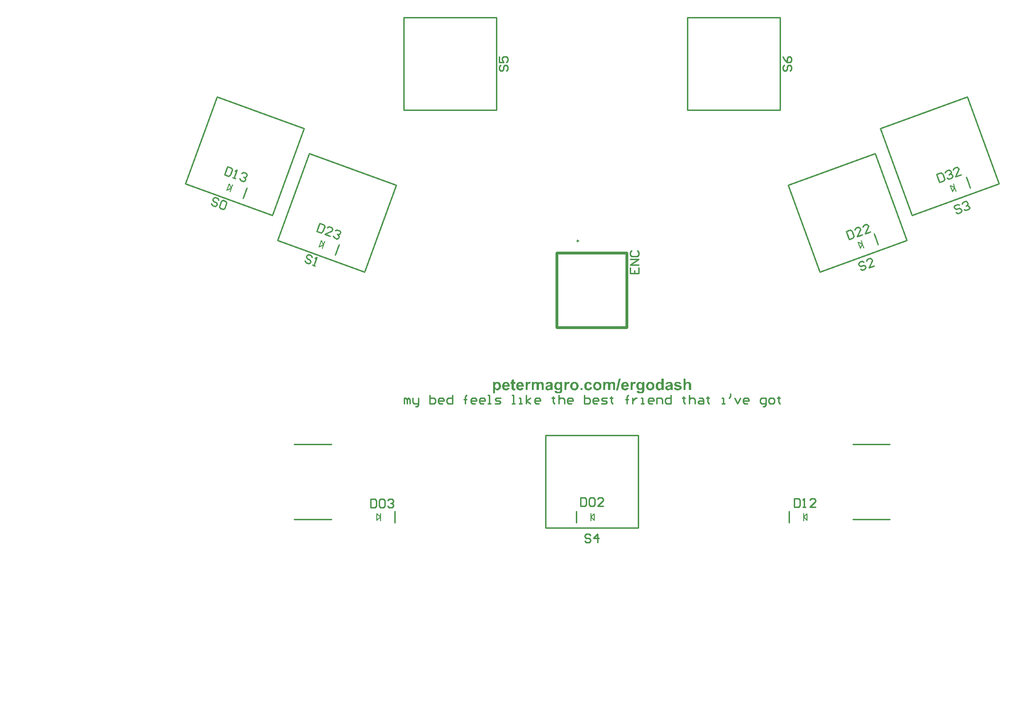
<source format=gto>
G04*
G04 #@! TF.GenerationSoftware,Altium Limited,CircuitMaker,2.1.0 (2.1.0.4)*
G04*
G04 Layer_Color=15132400*
%FSLAX25Y25*%
%MOIN*%
G70*
G04*
G04 #@! TF.SameCoordinates,28D2FB88-65ED-4333-9925-A9BECD5D763D*
G04*
G04*
G04 #@! TF.FilePolarity,Positive*
G04*
G01*
G75*
%ADD10C,0.01000*%
%ADD11C,0.00800*%
%ADD12C,0.01968*%
G36*
X-50208Y-94937D02*
X-50187D01*
Y-94979D01*
X-50208D01*
Y-94958D01*
Y-94937D01*
D02*
G37*
G36*
X499094Y21394D02*
X499087Y21387D01*
X499069Y21406D01*
X499081Y21469D01*
X499113Y21475D01*
X499131Y21456D01*
X499100Y21400D01*
X499094Y21394D01*
D02*
G37*
G36*
X400590Y119607D02*
X399167D01*
Y120452D01*
X399155Y120429D01*
X399109Y120371D01*
X399028Y120279D01*
X398924Y120175D01*
X398808Y120059D01*
X398658Y119931D01*
X398496Y119816D01*
X398322Y119712D01*
X398299Y119700D01*
X398241Y119677D01*
X398137Y119642D01*
X398021Y119596D01*
X397871Y119550D01*
X397697Y119515D01*
X397524Y119492D01*
X397339Y119480D01*
X397246D01*
X397177Y119492D01*
X397084Y119503D01*
X396992Y119527D01*
X396876Y119550D01*
X396749Y119584D01*
X396621Y119619D01*
X396482Y119677D01*
X396344Y119735D01*
X396193Y119816D01*
X396054Y119908D01*
X395904Y120012D01*
X395765Y120140D01*
X395626Y120279D01*
X395615Y120290D01*
X395592Y120313D01*
X395557Y120360D01*
X395522Y120429D01*
X395464Y120510D01*
X395407Y120614D01*
X395337Y120730D01*
X395279Y120869D01*
X395210Y121019D01*
X395140Y121181D01*
X395082Y121366D01*
X395036Y121563D01*
X394990Y121783D01*
X394955Y122014D01*
X394932Y122257D01*
X394920Y122523D01*
Y122535D01*
Y122593D01*
Y122662D01*
X394932Y122766D01*
X394944Y122893D01*
X394955Y123032D01*
X394978Y123194D01*
X395002Y123356D01*
X395082Y123726D01*
X395140Y123912D01*
X395210Y124097D01*
X395291Y124282D01*
X395383Y124455D01*
X395487Y124617D01*
X395603Y124768D01*
X395615Y124779D01*
X395638Y124802D01*
X395673Y124837D01*
X395730Y124895D01*
X395800Y124953D01*
X395881Y125011D01*
X395973Y125080D01*
X396089Y125161D01*
X396205Y125231D01*
X396344Y125300D01*
X396633Y125427D01*
X396806Y125473D01*
X396980Y125508D01*
X397165Y125531D01*
X397362Y125543D01*
X397454D01*
X397524Y125531D01*
X397605Y125520D01*
X397709Y125497D01*
X397813Y125473D01*
X397940Y125439D01*
X398068Y125404D01*
X398206Y125346D01*
X398345Y125277D01*
X398484Y125207D01*
X398635Y125103D01*
X398773Y124999D01*
X398912Y124872D01*
X399051Y124733D01*
Y127614D01*
X400590D01*
Y119607D01*
D02*
G37*
G36*
X364688Y125531D02*
X364839Y125508D01*
X365012Y125473D01*
X365186Y125427D01*
X365371Y125369D01*
X365544Y125277D01*
X365567Y125265D01*
X365614Y125231D01*
X365695Y125173D01*
X365799Y125092D01*
X365903Y124976D01*
X366019Y124849D01*
X366123Y124698D01*
X366215Y124513D01*
X366227Y124502D01*
X366238Y124444D01*
X366262Y124351D01*
X366296Y124224D01*
X366331Y124062D01*
X366354Y123854D01*
X366366Y123599D01*
X366377Y123310D01*
Y119607D01*
X364839Y119607D01*
Y122916D01*
Y122928D01*
Y122951D01*
Y122997D01*
Y123055D01*
X364827Y123206D01*
X364815Y123379D01*
X364804Y123565D01*
X364769Y123750D01*
X364734Y123912D01*
X364700Y123969D01*
X364676Y124027D01*
X364665Y124039D01*
X364630Y124085D01*
X364584Y124131D01*
X364515Y124201D01*
X364422Y124259D01*
X364306Y124317D01*
X364167Y124351D01*
X364017Y124363D01*
X363959D01*
X363901Y124351D01*
X363820Y124340D01*
X363728Y124317D01*
X363624Y124282D01*
X363508Y124235D01*
X363404Y124166D01*
X363392Y124154D01*
X363358Y124131D01*
X363311Y124085D01*
X363253Y124016D01*
X363184Y123935D01*
X363115Y123842D01*
X363057Y123726D01*
X362999Y123588D01*
Y123565D01*
X362976Y123518D01*
X362964Y123426D01*
X362941Y123298D01*
X362918Y123125D01*
X362906Y122916D01*
X362883Y122674D01*
Y122384D01*
Y119607D01*
X361344D01*
Y122778D01*
Y122789D01*
Y122812D01*
Y122859D01*
Y122916D01*
Y123055D01*
X361333Y123229D01*
X361321Y123414D01*
X361310Y123588D01*
X361286Y123750D01*
X361263Y123819D01*
X361252Y123865D01*
Y123877D01*
X361240Y123912D01*
X361217Y123958D01*
X361194Y124004D01*
X361113Y124131D01*
X361055Y124189D01*
X360997Y124235D01*
X360986Y124247D01*
X360963Y124259D01*
X360928Y124282D01*
X360882Y124305D01*
X360812Y124328D01*
X360731Y124340D01*
X360639Y124363D01*
X360477D01*
X360407Y124351D01*
X360326Y124340D01*
X360222Y124317D01*
X360118Y124282D01*
X360014Y124235D01*
X359898Y124166D01*
X359887Y124154D01*
X359852Y124131D01*
X359806Y124085D01*
X359748Y124027D01*
X359678Y123946D01*
X359609Y123854D01*
X359551Y123738D01*
X359493Y123611D01*
Y123599D01*
X359470Y123541D01*
X359458Y123449D01*
X359435Y123333D01*
X359412Y123160D01*
X359401Y122963D01*
X359378Y122708D01*
Y122419D01*
Y119607D01*
X357839D01*
Y125416D01*
X359250D01*
Y124617D01*
X359262Y124629D01*
X359285Y124652D01*
X359331Y124698D01*
X359389Y124768D01*
X359458Y124837D01*
X359540Y124907D01*
X359644Y124999D01*
X359759Y125080D01*
X359887Y125161D01*
X360025Y125254D01*
X360326Y125404D01*
X360500Y125462D01*
X360673Y125508D01*
X360858Y125531D01*
X361055Y125543D01*
X361148D01*
X361252Y125531D01*
X361379Y125520D01*
X361529Y125485D01*
X361691Y125450D01*
X361854Y125392D01*
X362016Y125312D01*
X362039Y125300D01*
X362085Y125265D01*
X362166Y125219D01*
X362258Y125138D01*
X362363Y125034D01*
X362478Y124918D01*
X362594Y124768D01*
X362698Y124606D01*
X362721Y124629D01*
X362768Y124687D01*
X362837Y124768D01*
X362941Y124872D01*
X363068Y124988D01*
X363207Y125103D01*
X363358Y125219D01*
X363520Y125312D01*
X363543Y125323D01*
X363600Y125346D01*
X363693Y125381D01*
X363809Y125427D01*
X363948Y125473D01*
X364110Y125508D01*
X364283Y125531D01*
X364468Y125543D01*
X364572D01*
X364688Y125531D01*
D02*
G37*
G36*
X314312D02*
X314463Y125508D01*
X314636Y125473D01*
X314810Y125427D01*
X314995Y125369D01*
X315168Y125277D01*
X315192Y125265D01*
X315238Y125231D01*
X315319Y125173D01*
X315423Y125092D01*
X315527Y124976D01*
X315643Y124849D01*
X315747Y124698D01*
X315840Y124513D01*
X315851Y124502D01*
X315863Y124444D01*
X315886Y124351D01*
X315921Y124224D01*
X315955Y124062D01*
X315978Y123854D01*
X315990Y123599D01*
X316002Y123310D01*
Y119607D01*
X314463D01*
Y122916D01*
Y122928D01*
Y122951D01*
Y122997D01*
Y123055D01*
X314451Y123206D01*
X314440Y123379D01*
X314428Y123565D01*
X314393Y123750D01*
X314359Y123912D01*
X314324Y123969D01*
X314301Y124027D01*
X314289Y124039D01*
X314254Y124085D01*
X314208Y124131D01*
X314139Y124201D01*
X314046Y124259D01*
X313931Y124317D01*
X313792Y124351D01*
X313641Y124363D01*
X313583D01*
X313526Y124351D01*
X313445Y124340D01*
X313352Y124317D01*
X313248Y124282D01*
X313132Y124235D01*
X313028Y124166D01*
X313017Y124154D01*
X312982Y124131D01*
X312935Y124085D01*
X312878Y124016D01*
X312808Y123935D01*
X312739Y123842D01*
X312681Y123726D01*
X312623Y123588D01*
Y123565D01*
X312600Y123518D01*
X312588Y123426D01*
X312565Y123298D01*
X312542Y123125D01*
X312531Y122916D01*
X312507Y122674D01*
Y122384D01*
Y119607D01*
X310969D01*
Y122778D01*
Y122789D01*
Y122812D01*
Y122859D01*
Y122916D01*
Y123055D01*
X310957Y123229D01*
X310946Y123414D01*
X310934Y123588D01*
X310911Y123750D01*
X310888Y123819D01*
X310876Y123865D01*
Y123877D01*
X310864Y123912D01*
X310841Y123958D01*
X310818Y124004D01*
X310737Y124131D01*
X310679Y124189D01*
X310622Y124235D01*
X310610Y124247D01*
X310587Y124259D01*
X310552Y124282D01*
X310506Y124305D01*
X310436Y124328D01*
X310355Y124340D01*
X310263Y124363D01*
X310101D01*
X310031Y124351D01*
X309950Y124340D01*
X309846Y124317D01*
X309742Y124282D01*
X309638Y124235D01*
X309522Y124166D01*
X309511Y124154D01*
X309476Y124131D01*
X309430Y124085D01*
X309372Y124027D01*
X309302Y123946D01*
X309233Y123854D01*
X309175Y123738D01*
X309117Y123611D01*
Y123599D01*
X309094Y123541D01*
X309083Y123449D01*
X309060Y123333D01*
X309036Y123160D01*
X309025Y122963D01*
X309002Y122708D01*
Y122419D01*
Y119607D01*
X307463Y119607D01*
Y125416D01*
X308874Y125416D01*
Y124617D01*
X308886Y124629D01*
X308909Y124652D01*
X308955Y124698D01*
X309013Y124768D01*
X309083Y124837D01*
X309164Y124907D01*
X309268Y124999D01*
X309384Y125080D01*
X309511Y125161D01*
X309650Y125254D01*
X309950Y125404D01*
X310124Y125462D01*
X310298Y125508D01*
X310483Y125531D01*
X310679Y125543D01*
X310772D01*
X310876Y125531D01*
X311003Y125520D01*
X311154Y125485D01*
X311316Y125450D01*
X311478Y125392D01*
X311640Y125312D01*
X311663Y125300D01*
X311709Y125265D01*
X311790Y125219D01*
X311883Y125138D01*
X311987Y125034D01*
X312103Y124918D01*
X312218Y124768D01*
X312322Y124606D01*
X312345Y124629D01*
X312392Y124687D01*
X312461Y124768D01*
X312565Y124872D01*
X312692Y124988D01*
X312831Y125103D01*
X312982Y125219D01*
X313144Y125312D01*
X313167Y125323D01*
X313225Y125346D01*
X313317Y125381D01*
X313433Y125427D01*
X313572Y125473D01*
X313734Y125508D01*
X313907Y125531D01*
X314092Y125543D01*
X314197D01*
X314312Y125531D01*
D02*
G37*
G36*
X380099Y125531D02*
X380227Y125508D01*
X380389Y125473D01*
X380562Y125416D01*
X380736Y125346D01*
X380921Y125242D01*
X380435Y123912D01*
X380423Y123923D01*
X380365Y123946D01*
X380296Y123993D01*
X380204Y124039D01*
X380088Y124085D01*
X379972Y124131D01*
X379845Y124154D01*
X379717Y124166D01*
X379671D01*
X379602Y124154D01*
X379532Y124143D01*
X379451Y124120D01*
X379359Y124085D01*
X379266Y124039D01*
X379174Y123981D01*
X379162Y123969D01*
X379139Y123946D01*
X379093Y123900D01*
X379047Y123831D01*
X378989Y123750D01*
X378931Y123634D01*
X378873Y123495D01*
X378827Y123333D01*
Y123310D01*
X378815Y123275D01*
X378803Y123240D01*
Y123183D01*
X378792Y123113D01*
X378780Y123021D01*
X378769Y122916D01*
X378757Y122801D01*
X378746Y122650D01*
X378734Y122500D01*
Y122315D01*
X378723Y122118D01*
X378711Y121898D01*
Y121655D01*
Y121389D01*
Y119607D01*
X377172D01*
Y125416D01*
X378595D01*
Y124594D01*
X378607Y124606D01*
X378653Y124675D01*
X378723Y124779D01*
X378815Y124907D01*
X378908Y125034D01*
X379023Y125161D01*
X379128Y125277D01*
X379243Y125358D01*
X379255Y125369D01*
X379290Y125392D01*
X379359Y125416D01*
X379440Y125450D01*
X379532Y125485D01*
X379648Y125520D01*
X379764Y125531D01*
X379903Y125543D01*
X379995D01*
X380099Y125531D01*
D02*
G37*
G36*
X333449Y125531D02*
X333576Y125508D01*
X333738Y125473D01*
X333912Y125416D01*
X334085Y125346D01*
X334271Y125242D01*
X333785Y123912D01*
X333773Y123923D01*
X333715Y123946D01*
X333646Y123993D01*
X333553Y124039D01*
X333438Y124085D01*
X333322Y124131D01*
X333195Y124154D01*
X333067Y124166D01*
X333021D01*
X332952Y124154D01*
X332882Y124143D01*
X332801Y124120D01*
X332709Y124085D01*
X332616Y124039D01*
X332523Y123981D01*
X332512Y123969D01*
X332489Y123946D01*
X332442Y123900D01*
X332396Y123831D01*
X332338Y123750D01*
X332280Y123634D01*
X332223Y123495D01*
X332176Y123333D01*
Y123310D01*
X332165Y123275D01*
X332153Y123240D01*
Y123183D01*
X332142Y123113D01*
X332130Y123021D01*
X332119Y122916D01*
X332107Y122801D01*
X332095Y122650D01*
X332084Y122500D01*
Y122315D01*
X332072Y122118D01*
X332061Y121898D01*
Y121655D01*
Y121389D01*
Y119607D01*
X330522D01*
Y125416D01*
X331945D01*
Y124594D01*
X331957Y124606D01*
X332003Y124675D01*
X332072Y124779D01*
X332165Y124907D01*
X332257Y125034D01*
X332373Y125161D01*
X332477Y125277D01*
X332593Y125358D01*
X332605Y125369D01*
X332639Y125392D01*
X332709Y125416D01*
X332790Y125450D01*
X332882Y125485D01*
X332998Y125520D01*
X333114Y125531D01*
X333252Y125543D01*
X333345D01*
X333449Y125531D01*
D02*
G37*
G36*
X306086Y125531D02*
X306213Y125508D01*
X306375Y125473D01*
X306549Y125416D01*
X306722Y125346D01*
X306908Y125242D01*
X306422Y123911D01*
X306410Y123923D01*
X306352Y123946D01*
X306283Y123993D01*
X306190Y124039D01*
X306075Y124085D01*
X305959Y124131D01*
X305832Y124154D01*
X305704Y124166D01*
X305658D01*
X305589Y124154D01*
X305519Y124143D01*
X305438Y124120D01*
X305346Y124085D01*
X305253Y124039D01*
X305160Y123981D01*
X305149Y123969D01*
X305126Y123946D01*
X305080Y123900D01*
X305033Y123830D01*
X304975Y123750D01*
X304918Y123634D01*
X304860Y123495D01*
X304813Y123333D01*
Y123310D01*
X304802Y123275D01*
X304790Y123240D01*
Y123183D01*
X304779Y123113D01*
X304767Y123021D01*
X304755Y122916D01*
X304744Y122801D01*
X304732Y122650D01*
X304721Y122500D01*
Y122315D01*
X304709Y122118D01*
X304698Y121898D01*
Y121655D01*
Y121389D01*
Y119607D01*
X303159D01*
Y125416D01*
X304582D01*
Y124594D01*
X304593Y124606D01*
X304640Y124675D01*
X304709Y124779D01*
X304802Y124907D01*
X304894Y125034D01*
X305010Y125161D01*
X305114Y125277D01*
X305230Y125358D01*
X305241Y125369D01*
X305276Y125392D01*
X305346Y125416D01*
X305427Y125450D01*
X305519Y125485D01*
X305635Y125520D01*
X305750Y125531D01*
X305889Y125543D01*
X305982D01*
X306086Y125531D01*
D02*
G37*
G36*
X283582D02*
X283663Y125520D01*
X283768Y125497D01*
X283883Y125473D01*
X283999Y125439D01*
X284138Y125404D01*
X284265Y125346D01*
X284416Y125288D01*
X284554Y125207D01*
X284705Y125115D01*
X284844Y125011D01*
X284982Y124883D01*
X285121Y124745D01*
X285133Y124733D01*
X285156Y124710D01*
X285191Y124664D01*
X285237Y124594D01*
X285283Y124525D01*
X285341Y124421D01*
X285410Y124305D01*
X285480Y124178D01*
X285538Y124027D01*
X285607Y123865D01*
X285665Y123680D01*
X285723Y123483D01*
X285758Y123264D01*
X285792Y123044D01*
X285815Y122789D01*
X285827Y122535D01*
Y122523D01*
Y122477D01*
Y122396D01*
X285815Y122292D01*
X285804Y122176D01*
X285792Y122037D01*
X285769Y121875D01*
X285734Y121713D01*
X285653Y121343D01*
X285596Y121158D01*
X285526Y120973D01*
X285445Y120788D01*
X285341Y120614D01*
X285237Y120440D01*
X285110Y120279D01*
X285098Y120267D01*
X285075Y120244D01*
X285040Y120209D01*
X284982Y120151D01*
X284913Y120093D01*
X284832Y120024D01*
X284739Y119955D01*
X284635Y119885D01*
X284508Y119804D01*
X284381Y119735D01*
X284091Y119607D01*
X283929Y119550D01*
X283756Y119515D01*
X283582Y119492D01*
X283397Y119480D01*
X283316D01*
X283224Y119492D01*
X283108Y119503D01*
X282969Y119527D01*
X282819Y119561D01*
X282668Y119607D01*
X282518Y119665D01*
X282506Y119677D01*
X282449Y119700D01*
X282379Y119758D01*
X282275Y119827D01*
X282148Y119908D01*
X282020Y120024D01*
X281870Y120163D01*
X281708Y120325D01*
Y117386D01*
X280169D01*
Y125416D01*
X281604D01*
Y124559D01*
X281615Y124583D01*
X281650Y124629D01*
X281720Y124710D01*
X281801Y124814D01*
X281905Y124930D01*
X282044Y125045D01*
X282183Y125161D01*
X282356Y125265D01*
X282379Y125277D01*
X282437Y125312D01*
X282541Y125358D01*
X282668Y125404D01*
X282819Y125450D01*
X283004Y125497D01*
X283201Y125531D01*
X283409Y125543D01*
X283501D01*
X283582Y125531D01*
D02*
G37*
G36*
X410725Y125531D02*
X410841Y125520D01*
X410968Y125508D01*
X411107Y125497D01*
X411396Y125450D01*
X411686Y125381D01*
X411963Y125277D01*
X412090Y125219D01*
X412206Y125150D01*
X412218D01*
X412229Y125126D01*
X412299Y125080D01*
X412403Y124988D01*
X412519Y124860D01*
X412657Y124710D01*
X412785Y124513D01*
X412912Y124282D01*
X413004Y124016D01*
X411558Y123750D01*
Y123761D01*
X411535Y123807D01*
X411512Y123865D01*
X411477Y123935D01*
X411431Y124027D01*
X411362Y124108D01*
X411292Y124189D01*
X411200Y124259D01*
X411188Y124270D01*
X411153Y124293D01*
X411095Y124317D01*
X411014Y124351D01*
X410910Y124386D01*
X410783Y124421D01*
X410633Y124432D01*
X410459Y124444D01*
X410355D01*
X410251Y124432D01*
X410123Y124421D01*
X409973Y124398D01*
X409834Y124374D01*
X409707Y124328D01*
X409591Y124270D01*
X409580D01*
X409568Y124247D01*
X409510Y124189D01*
X409441Y124085D01*
X409429Y124027D01*
X409418Y123958D01*
Y123946D01*
Y123935D01*
X409441Y123865D01*
X409487Y123773D01*
X409522Y123726D01*
X409568Y123680D01*
X409580Y123669D01*
X409626Y123657D01*
X409649Y123634D01*
X409695Y123622D01*
X409753Y123599D01*
X409823Y123565D01*
X409915Y123541D01*
X410008Y123507D01*
X410123Y123472D01*
X410262Y123437D01*
X410413Y123391D01*
X410586Y123345D01*
X410783Y123298D01*
X411003Y123240D01*
X411014D01*
X411061Y123229D01*
X411119Y123217D01*
X411200Y123194D01*
X411304Y123160D01*
X411419Y123136D01*
X411674Y123055D01*
X411963Y122951D01*
X412241Y122836D01*
X412380Y122766D01*
X412507Y122708D01*
X412611Y122627D01*
X412715Y122558D01*
X412738Y122535D01*
X412796Y122488D01*
X412866Y122396D01*
X412958Y122269D01*
X413051Y122107D01*
X413120Y121910D01*
X413178Y121678D01*
X413201Y121424D01*
Y121412D01*
Y121389D01*
Y121343D01*
X413190Y121285D01*
X413178Y121227D01*
X413166Y121146D01*
X413120Y120950D01*
X413039Y120741D01*
X412981Y120626D01*
X412923Y120510D01*
X412843Y120394D01*
X412750Y120279D01*
X412646Y120163D01*
X412530Y120047D01*
X412519Y120036D01*
X412495Y120024D01*
X412461Y120001D01*
X412403Y119955D01*
X412333Y119920D01*
X412252Y119874D01*
X412148Y119816D01*
X412033Y119770D01*
X411905Y119712D01*
X411755Y119665D01*
X411593Y119607D01*
X411419Y119573D01*
X411223Y119538D01*
X411014Y119503D01*
X410795Y119492D01*
X410563Y119480D01*
X410448D01*
X410366Y119492D01*
X410262D01*
X410147Y119503D01*
X410019Y119515D01*
X409880Y119538D01*
X409580Y119596D01*
X409267Y119677D01*
X408955Y119793D01*
X408816Y119874D01*
X408677Y119955D01*
X408666Y119966D01*
X408642Y119978D01*
X408608Y120001D01*
X408573Y120047D01*
X408446Y120151D01*
X408307Y120302D01*
X408157Y120487D01*
X408018Y120707D01*
X407891Y120973D01*
X407786Y121262D01*
X409325Y121493D01*
Y121470D01*
X409348Y121424D01*
X409372Y121343D01*
X409406Y121239D01*
X409464Y121123D01*
X409533Y121019D01*
X409614Y120903D01*
X409719Y120811D01*
X409730Y120799D01*
X409776Y120776D01*
X409846Y120741D01*
X409938Y120707D01*
X410054Y120660D01*
X410205Y120626D01*
X410366Y120603D01*
X410563Y120591D01*
X410656D01*
X410771Y120603D01*
X410899Y120614D01*
X411037Y120637D01*
X411188Y120684D01*
X411327Y120730D01*
X411454Y120799D01*
X411466Y120811D01*
X411489Y120834D01*
X411523Y120869D01*
X411558Y120915D01*
X411593Y120973D01*
X411628Y121042D01*
X411651Y121123D01*
X411662Y121216D01*
Y121227D01*
Y121250D01*
X411651Y121320D01*
X411616Y121412D01*
X411547Y121505D01*
X411523Y121528D01*
X411489Y121540D01*
X411443Y121574D01*
X411373Y121598D01*
X411280Y121632D01*
X411176Y121667D01*
X411037Y121702D01*
X411014D01*
X410956Y121725D01*
X410864Y121748D01*
X410737Y121771D01*
X410586Y121806D01*
X410424Y121852D01*
X410239Y121898D01*
X410042Y121956D01*
X409638Y122072D01*
X409441Y122130D01*
X409256Y122199D01*
X409082Y122257D01*
X408920Y122327D01*
X408781Y122396D01*
X408677Y122454D01*
X408666Y122465D01*
X408642Y122477D01*
X408619Y122500D01*
X408573Y122546D01*
X408457Y122650D01*
X408342Y122801D01*
X408215Y122986D01*
X408099Y123206D01*
X408052Y123333D01*
X408029Y123472D01*
X408006Y123611D01*
X407995Y123761D01*
Y123773D01*
Y123796D01*
Y123831D01*
X408006Y123888D01*
X408018Y123946D01*
X408029Y124027D01*
X408064Y124201D01*
X408134Y124398D01*
X408249Y124606D01*
X408307Y124722D01*
X408388Y124826D01*
X408481Y124930D01*
X408585Y125022D01*
X408596Y125034D01*
X408608Y125045D01*
X408642Y125069D01*
X408700Y125103D01*
X408758Y125138D01*
X408839Y125184D01*
X408932Y125231D01*
X409036Y125288D01*
X409163Y125335D01*
X409302Y125381D01*
X409452Y125427D01*
X409614Y125462D01*
X409799Y125497D01*
X409996Y125520D01*
X410205Y125543D01*
X410633D01*
X410725Y125531D01*
D02*
G37*
G36*
X347518Y125531D02*
X347611D01*
X347715Y125520D01*
X347831Y125508D01*
X347958Y125485D01*
X348224Y125427D01*
X348502Y125346D01*
X348779Y125231D01*
X349034Y125080D01*
X349045D01*
X349057Y125057D01*
X349092Y125034D01*
X349138Y124999D01*
X349242Y124895D01*
X349381Y124745D01*
X349531Y124548D01*
X349682Y124317D01*
X349821Y124039D01*
X349936Y123715D01*
X348421Y123437D01*
Y123460D01*
X348409Y123507D01*
X348386Y123588D01*
X348351Y123692D01*
X348293Y123796D01*
X348236Y123912D01*
X348155Y124016D01*
X348062Y124108D01*
X348050Y124120D01*
X348016Y124143D01*
X347958Y124178D01*
X347877Y124224D01*
X347773Y124270D01*
X347657Y124305D01*
X347518Y124328D01*
X347368Y124340D01*
X347345D01*
X347275Y124328D01*
X347171Y124317D01*
X347032Y124293D01*
X346894Y124235D01*
X346743Y124166D01*
X346593Y124074D01*
X346454Y123935D01*
X346442Y123912D01*
X346408Y123854D01*
X346350Y123761D01*
X346292Y123622D01*
X346222Y123437D01*
X346199Y123333D01*
X346176Y123217D01*
X346153Y123079D01*
X346130Y122940D01*
X346118Y122778D01*
Y122616D01*
Y122604D01*
Y122569D01*
Y122512D01*
X346130Y122442D01*
Y122361D01*
X346141Y122269D01*
X346165Y122037D01*
X346199Y121794D01*
X346269Y121551D01*
X346350Y121331D01*
X346408Y121239D01*
X346465Y121146D01*
X346477Y121123D01*
X346535Y121077D01*
X346604Y121019D01*
X346708Y120938D01*
X346847Y120857D01*
X346998Y120799D01*
X347183Y120753D01*
X347391Y120730D01*
X347460D01*
X347541Y120741D01*
X347645Y120765D01*
X347761Y120788D01*
X347877Y120834D01*
X347993Y120892D01*
X348108Y120973D01*
X348120Y120984D01*
X348155Y121019D01*
X348201Y121077D01*
X348270Y121169D01*
X348340Y121285D01*
X348398Y121436D01*
X348467Y121621D01*
X348513Y121829D01*
X350017Y121574D01*
Y121563D01*
X350006Y121528D01*
X349994Y121470D01*
X349971Y121401D01*
X349936Y121320D01*
X349902Y121216D01*
X349809Y120984D01*
X349693Y120730D01*
X349531Y120475D01*
X349335Y120221D01*
X349219Y120105D01*
X349103Y120001D01*
X349092D01*
X349069Y119978D01*
X349034Y119955D01*
X348988Y119920D01*
X348918Y119885D01*
X348837Y119839D01*
X348745Y119793D01*
X348629Y119746D01*
X348513Y119688D01*
X348374Y119642D01*
X348236Y119596D01*
X348074Y119561D01*
X347900Y119527D01*
X347715Y119503D01*
X347530Y119492D01*
X347322Y119480D01*
X347194D01*
X347113Y119492D01*
X347009Y119503D01*
X346882Y119527D01*
X346743Y119550D01*
X346593Y119584D01*
X346431Y119619D01*
X346269Y119677D01*
X346095Y119735D01*
X345933Y119816D01*
X345760Y119908D01*
X345598Y120012D01*
X345447Y120140D01*
X345297Y120279D01*
X345285Y120290D01*
X345262Y120313D01*
X345227Y120360D01*
X345181Y120429D01*
X345123Y120510D01*
X345054Y120603D01*
X344996Y120718D01*
X344927Y120857D01*
X344846Y121008D01*
X344788Y121169D01*
X344718Y121355D01*
X344660Y121551D01*
X344614Y121771D01*
X344580Y121991D01*
X344556Y122246D01*
X344545Y122500D01*
Y122512D01*
Y122558D01*
Y122639D01*
X344556Y122731D01*
X344568Y122859D01*
X344580Y122997D01*
X344603Y123148D01*
X344637Y123321D01*
X344730Y123680D01*
X344788Y123865D01*
X344857Y124050D01*
X344950Y124235D01*
X345054Y124409D01*
X345169Y124571D01*
X345297Y124733D01*
X345308Y124745D01*
X345332Y124768D01*
X345378Y124802D01*
X345436Y124860D01*
X345517Y124918D01*
X345609Y124988D01*
X345713Y125069D01*
X345841Y125138D01*
X345979Y125219D01*
X346130Y125288D01*
X346303Y125358D01*
X346488Y125416D01*
X346674Y125473D01*
X346894Y125508D01*
X347113Y125531D01*
X347345Y125543D01*
X347449D01*
X347518Y125531D01*
D02*
G37*
G36*
X416071Y124652D02*
X416082Y124664D01*
X416105Y124687D01*
X416152Y124733D01*
X416198Y124791D01*
X416279Y124860D01*
X416360Y124930D01*
X416464Y125011D01*
X416568Y125103D01*
X416695Y125184D01*
X416834Y125265D01*
X417135Y125404D01*
X417297Y125462D01*
X417471Y125508D01*
X417656Y125531D01*
X417841Y125543D01*
X417933D01*
X418037Y125531D01*
X418165Y125520D01*
X418315Y125497D01*
X418466Y125450D01*
X418639Y125404D01*
X418801Y125335D01*
X418824Y125323D01*
X418870Y125300D01*
X418951Y125254D01*
X419044Y125196D01*
X419148Y125126D01*
X419252Y125045D01*
X419356Y124941D01*
X419449Y124837D01*
X419460Y124826D01*
X419484Y124779D01*
X419518Y124722D01*
X419565Y124641D01*
X419623Y124536D01*
X419669Y124421D01*
X419715Y124293D01*
X419750Y124154D01*
Y124143D01*
X419761Y124085D01*
X419773Y123993D01*
X419796Y123877D01*
X419808Y123715D01*
X419819Y123518D01*
X419831Y123287D01*
Y123009D01*
Y119607D01*
X418292D01*
Y122662D01*
Y122674D01*
Y122697D01*
Y122743D01*
Y122812D01*
Y122882D01*
Y122963D01*
X418280Y123148D01*
X418269Y123345D01*
X418257Y123541D01*
X418234Y123703D01*
X418211Y123761D01*
X418199Y123819D01*
Y123831D01*
X418176Y123865D01*
X418153Y123900D01*
X418130Y123958D01*
X418026Y124085D01*
X417968Y124154D01*
X417887Y124212D01*
X417875Y124224D01*
X417852Y124235D01*
X417794Y124259D01*
X417737Y124293D01*
X417656Y124317D01*
X417563Y124340D01*
X417447Y124351D01*
X417332Y124363D01*
X417262D01*
X417193Y124351D01*
X417100Y124340D01*
X416996Y124317D01*
X416880Y124282D01*
X416765Y124235D01*
X416649Y124166D01*
X416637Y124154D01*
X416603Y124131D01*
X416545Y124085D01*
X416487Y124027D01*
X416406Y123946D01*
X416337Y123854D01*
X416267Y123738D01*
X416209Y123611D01*
Y123599D01*
X416186Y123541D01*
X416163Y123460D01*
X416140Y123333D01*
X416117Y123183D01*
X416094Y122986D01*
X416082Y122766D01*
X416071Y122512D01*
Y119607D01*
X414532D01*
Y127614D01*
X416071D01*
Y124652D01*
D02*
G37*
G36*
X404616Y125531D02*
X404709D01*
X404940Y125508D01*
X405183Y125485D01*
X405438Y125439D01*
X405681Y125369D01*
X405785Y125335D01*
X405889Y125288D01*
X405900D01*
X405912Y125277D01*
X405970Y125242D01*
X406062Y125196D01*
X406167Y125126D01*
X406294Y125034D01*
X406410Y124930D01*
X406514Y124802D01*
X406606Y124675D01*
X406618Y124652D01*
X406641Y124606D01*
X406676Y124502D01*
X406687Y124444D01*
X406710Y124363D01*
X406734Y124282D01*
X406745Y124178D01*
X406768Y124062D01*
X406780Y123935D01*
X406791Y123796D01*
X406803Y123645D01*
X406814Y123484D01*
Y123298D01*
X406791Y121505D01*
Y121493D01*
Y121470D01*
Y121436D01*
Y121378D01*
Y121239D01*
X406803Y121077D01*
Y120892D01*
X406826Y120707D01*
X406838Y120522D01*
X406861Y120371D01*
Y120360D01*
X406872Y120313D01*
X406895Y120232D01*
X406919Y120140D01*
X406965Y120024D01*
X407011Y119897D01*
X407069Y119758D01*
X407138Y119607D01*
X405623D01*
Y119619D01*
X405611Y119631D01*
X405600Y119677D01*
X405577Y119723D01*
X405553Y119781D01*
X405530Y119862D01*
X405507Y119955D01*
X405472Y120059D01*
Y120070D01*
X405461Y120082D01*
X405449Y120128D01*
X405426Y120186D01*
X405414Y120232D01*
X405391Y120221D01*
X405345Y120175D01*
X405264Y120105D01*
X405160Y120024D01*
X405033Y119931D01*
X404894Y119827D01*
X404732Y119746D01*
X404570Y119665D01*
X404547Y119654D01*
X404489Y119642D01*
X404396Y119607D01*
X404281Y119573D01*
X404142Y119538D01*
X403980Y119515D01*
X403795Y119492D01*
X403610Y119480D01*
X403529D01*
X403459Y119492D01*
X403390D01*
X403297Y119503D01*
X403100Y119538D01*
X402869Y119596D01*
X402638Y119677D01*
X402406Y119793D01*
X402198Y119955D01*
Y119966D01*
X402175Y119978D01*
X402117Y120047D01*
X402036Y120151D01*
X401943Y120290D01*
X401851Y120464D01*
X401770Y120672D01*
X401712Y120915D01*
X401701Y121042D01*
X401689Y121181D01*
Y121204D01*
Y121262D01*
X401701Y121355D01*
X401724Y121470D01*
X401747Y121609D01*
X401782Y121748D01*
X401839Y121898D01*
X401920Y122049D01*
X401932Y122072D01*
X401967Y122118D01*
X402013Y122188D01*
X402094Y122269D01*
X402175Y122361D01*
X402291Y122465D01*
X402418Y122558D01*
X402568Y122639D01*
X402591Y122650D01*
X402649Y122674D01*
X402742Y122708D01*
X402881Y122766D01*
X403054Y122824D01*
X403263Y122882D01*
X403517Y122940D01*
X403795Y122997D01*
X403806D01*
X403841Y123009D01*
X403899Y123021D01*
X403968Y123032D01*
X404061Y123044D01*
X404165Y123067D01*
X404396Y123125D01*
X404639Y123183D01*
X404894Y123240D01*
X405114Y123310D01*
X405218Y123345D01*
X405299Y123379D01*
Y123530D01*
Y123553D01*
Y123599D01*
X405287Y123680D01*
X405276Y123784D01*
X405241Y123888D01*
X405206Y123993D01*
X405148Y124085D01*
X405067Y124166D01*
X405056Y124178D01*
X405021Y124201D01*
X404963Y124224D01*
X404882Y124270D01*
X404767Y124305D01*
X404628Y124328D01*
X404454Y124351D01*
X404246Y124363D01*
X404177D01*
X404107Y124351D01*
X404015Y124340D01*
X403910Y124317D01*
X403795Y124293D01*
X403691Y124247D01*
X403598Y124189D01*
X403586Y124178D01*
X403563Y124154D01*
X403517Y124120D01*
X403471Y124062D01*
X403401Y123981D01*
X403343Y123877D01*
X403286Y123761D01*
X403228Y123622D01*
X401851Y123877D01*
Y123888D01*
X401862Y123912D01*
X401874Y123958D01*
X401897Y124016D01*
X401920Y124085D01*
X401955Y124166D01*
X402036Y124351D01*
X402152Y124548D01*
X402291Y124756D01*
X402453Y124953D01*
X402649Y125126D01*
X402661D01*
X402672Y125150D01*
X402707Y125161D01*
X402753Y125196D01*
X402823Y125219D01*
X402892Y125254D01*
X402985Y125300D01*
X403077Y125335D01*
X403193Y125369D01*
X403320Y125416D01*
X403459Y125450D01*
X403621Y125473D01*
X403783Y125508D01*
X403968Y125520D01*
X404153Y125543D01*
X404535D01*
X404616Y125531D01*
D02*
G37*
G36*
X343307Y119607D02*
X341768D01*
Y121146D01*
X343307D01*
Y119607D01*
D02*
G37*
G36*
X320040Y125531D02*
X320132D01*
X320363Y125508D01*
X320606Y125485D01*
X320861Y125439D01*
X321104Y125369D01*
X321208Y125335D01*
X321312Y125288D01*
X321324D01*
X321335Y125277D01*
X321393Y125242D01*
X321486Y125196D01*
X321590Y125126D01*
X321717Y125034D01*
X321833Y124930D01*
X321937Y124802D01*
X322029Y124675D01*
X322041Y124652D01*
X322064Y124606D01*
X322099Y124502D01*
X322111Y124444D01*
X322134Y124363D01*
X322157Y124282D01*
X322168Y124178D01*
X322192Y124062D01*
X322203Y123935D01*
X322215Y123796D01*
X322226Y123645D01*
X322238Y123484D01*
Y123298D01*
X322215Y121505D01*
Y121493D01*
Y121470D01*
Y121436D01*
Y121378D01*
Y121239D01*
X322226Y121077D01*
Y120892D01*
X322249Y120707D01*
X322261Y120521D01*
X322284Y120371D01*
Y120360D01*
X322296Y120313D01*
X322319Y120232D01*
X322342Y120140D01*
X322388Y120024D01*
X322434Y119897D01*
X322492Y119758D01*
X322562Y119607D01*
X321046D01*
Y119619D01*
X321035Y119631D01*
X321023Y119677D01*
X321000Y119723D01*
X320977Y119781D01*
X320953Y119862D01*
X320930Y119955D01*
X320896Y120059D01*
Y120070D01*
X320884Y120082D01*
X320872Y120128D01*
X320849Y120186D01*
X320838Y120232D01*
X320815Y120221D01*
X320768Y120174D01*
X320687Y120105D01*
X320583Y120024D01*
X320456Y119931D01*
X320317Y119827D01*
X320155Y119746D01*
X319993Y119665D01*
X319970Y119654D01*
X319912Y119642D01*
X319820Y119607D01*
X319704Y119573D01*
X319565Y119538D01*
X319403Y119515D01*
X319218Y119492D01*
X319033Y119480D01*
X318952D01*
X318882Y119492D01*
X318813D01*
X318721Y119503D01*
X318524Y119538D01*
X318292Y119596D01*
X318061Y119677D01*
X317830Y119793D01*
X317621Y119955D01*
Y119966D01*
X317598Y119978D01*
X317540Y120047D01*
X317459Y120151D01*
X317367Y120290D01*
X317274Y120464D01*
X317193Y120672D01*
X317135Y120915D01*
X317124Y121042D01*
X317112Y121181D01*
Y121204D01*
Y121262D01*
X317124Y121355D01*
X317147Y121470D01*
X317170Y121609D01*
X317205Y121748D01*
X317263Y121898D01*
X317344Y122049D01*
X317355Y122072D01*
X317390Y122118D01*
X317436Y122188D01*
X317517Y122269D01*
X317598Y122361D01*
X317714Y122465D01*
X317841Y122558D01*
X317992Y122639D01*
X318015Y122650D01*
X318073Y122674D01*
X318165Y122708D01*
X318304Y122766D01*
X318478Y122824D01*
X318686Y122882D01*
X318940Y122940D01*
X319218Y122997D01*
X319230D01*
X319264Y123009D01*
X319322Y123021D01*
X319392Y123032D01*
X319484Y123044D01*
X319588Y123067D01*
X319820Y123125D01*
X320063Y123183D01*
X320317Y123240D01*
X320537Y123310D01*
X320641Y123345D01*
X320722Y123379D01*
Y123530D01*
Y123553D01*
Y123599D01*
X320711Y123680D01*
X320699Y123784D01*
X320664Y123888D01*
X320630Y123993D01*
X320572Y124085D01*
X320491Y124166D01*
X320479Y124178D01*
X320444Y124201D01*
X320387Y124224D01*
X320306Y124270D01*
X320190Y124305D01*
X320051Y124328D01*
X319878Y124351D01*
X319669Y124363D01*
X319600D01*
X319530Y124351D01*
X319438Y124340D01*
X319334Y124317D01*
X319218Y124293D01*
X319114Y124247D01*
X319021Y124189D01*
X319010Y124178D01*
X318987Y124154D01*
X318940Y124120D01*
X318894Y124062D01*
X318825Y123981D01*
X318767Y123877D01*
X318709Y123761D01*
X318651Y123622D01*
X317274Y123877D01*
Y123888D01*
X317286Y123912D01*
X317297Y123958D01*
X317320Y124016D01*
X317344Y124085D01*
X317378Y124166D01*
X317459Y124351D01*
X317575Y124548D01*
X317714Y124756D01*
X317876Y124953D01*
X318073Y125126D01*
X318084D01*
X318096Y125150D01*
X318130Y125161D01*
X318177Y125196D01*
X318246Y125219D01*
X318316Y125254D01*
X318408Y125300D01*
X318501Y125335D01*
X318616Y125369D01*
X318744Y125416D01*
X318882Y125450D01*
X319044Y125473D01*
X319206Y125508D01*
X319392Y125520D01*
X319577Y125543D01*
X319958D01*
X320040Y125531D01*
D02*
G37*
G36*
X391276Y125531D02*
X391392Y125520D01*
X391519Y125497D01*
X391669Y125473D01*
X391820Y125439D01*
X391993Y125392D01*
X392167Y125335D01*
X392340Y125265D01*
X392526Y125184D01*
X392711Y125080D01*
X392884Y124964D01*
X393058Y124837D01*
X393220Y124687D01*
X393231Y124675D01*
X393254Y124652D01*
X393301Y124594D01*
X393347Y124536D01*
X393416Y124444D01*
X393486Y124351D01*
X393567Y124224D01*
X393648Y124097D01*
X393717Y123946D01*
X393798Y123784D01*
X393868Y123599D01*
X393937Y123414D01*
X393983Y123206D01*
X394030Y122997D01*
X394053Y122766D01*
X394064Y122523D01*
Y122512D01*
Y122465D01*
Y122396D01*
X394053Y122303D01*
X394041Y122188D01*
X394018Y122060D01*
X393995Y121910D01*
X393960Y121759D01*
X393914Y121586D01*
X393856Y121412D01*
X393787Y121227D01*
X393706Y121042D01*
X393601Y120857D01*
X393486Y120684D01*
X393359Y120510D01*
X393208Y120336D01*
X393197Y120325D01*
X393174Y120302D01*
X393127Y120255D01*
X393058Y120198D01*
X392977Y120140D01*
X392873Y120070D01*
X392757Y119989D01*
X392630Y119908D01*
X392479Y119827D01*
X392317Y119746D01*
X392144Y119677D01*
X391947Y119619D01*
X391750Y119561D01*
X391530Y119515D01*
X391311Y119492D01*
X391068Y119480D01*
X390987D01*
X390929Y119492D01*
X390860D01*
X390778Y119503D01*
X390582Y119527D01*
X390339Y119573D01*
X390084Y119631D01*
X389818Y119723D01*
X389541Y119839D01*
X389529D01*
X389506Y119851D01*
X389471Y119874D01*
X389425Y119908D01*
X389298Y119989D01*
X389136Y120105D01*
X388962Y120255D01*
X388777Y120441D01*
X388603Y120649D01*
X388441Y120892D01*
Y120903D01*
X388430Y120926D01*
X388407Y120961D01*
X388384Y121019D01*
X388360Y121089D01*
X388326Y121169D01*
X388291Y121262D01*
X388256Y121366D01*
X388222Y121482D01*
X388187Y121609D01*
X388129Y121898D01*
X388083Y122234D01*
X388071Y122593D01*
Y122604D01*
Y122627D01*
Y122674D01*
X388083Y122720D01*
Y122789D01*
X388094Y122870D01*
X388117Y123067D01*
X388164Y123287D01*
X388233Y123530D01*
X388314Y123796D01*
X388441Y124062D01*
Y124074D01*
X388464Y124097D01*
X388476Y124131D01*
X388511Y124178D01*
X388603Y124305D01*
X388719Y124467D01*
X388869Y124641D01*
X389054Y124826D01*
X389263Y124999D01*
X389506Y125161D01*
X389517D01*
X389541Y125173D01*
X389575Y125196D01*
X389633Y125219D01*
X389691Y125254D01*
X389772Y125277D01*
X389864Y125312D01*
X389957Y125358D01*
X390188Y125427D01*
X390455Y125485D01*
X390744Y125531D01*
X391056Y125543D01*
X391183D01*
X391276Y125531D01*
D02*
G37*
G36*
X373435D02*
X373539Y125520D01*
X373666Y125497D01*
X373805Y125473D01*
X373956Y125439D01*
X374118Y125392D01*
X374280Y125335D01*
X374453Y125265D01*
X374627Y125173D01*
X374789Y125080D01*
X374951Y124964D01*
X375113Y124826D01*
X375252Y124675D01*
X375263Y124664D01*
X375286Y124641D01*
X375321Y124583D01*
X375367Y124513D01*
X375425Y124421D01*
X375483Y124317D01*
X375552Y124178D01*
X375622Y124027D01*
X375691Y123854D01*
X375761Y123657D01*
X375818Y123449D01*
X375876Y123206D01*
X375923Y122951D01*
X375957Y122674D01*
X375980Y122384D01*
Y122060D01*
X372139D01*
Y122049D01*
Y122026D01*
Y121991D01*
X372151Y121945D01*
X372162Y121829D01*
X372185Y121667D01*
X372232Y121505D01*
X372301Y121320D01*
X372382Y121146D01*
X372498Y120996D01*
X372509Y120984D01*
X372567Y120938D01*
X372637Y120880D01*
X372741Y120811D01*
X372868Y120741D01*
X373030Y120684D01*
X373204Y120637D01*
X373389Y120626D01*
X373447D01*
X373516Y120637D01*
X373597Y120649D01*
X373690Y120672D01*
X373794Y120707D01*
X373898Y120753D01*
X373990Y120822D01*
X374002Y120834D01*
X374037Y120857D01*
X374083Y120903D01*
X374129Y120973D01*
X374199Y121065D01*
X374256Y121169D01*
X374314Y121308D01*
X374372Y121459D01*
X375899Y121204D01*
Y121193D01*
X375888Y121169D01*
X375865Y121123D01*
X375842Y121065D01*
X375807Y120996D01*
X375772Y120915D01*
X375668Y120730D01*
X375541Y120522D01*
X375379Y120302D01*
X375182Y120105D01*
X374962Y119920D01*
X374951D01*
X374939Y119897D01*
X374893Y119885D01*
X374847Y119851D01*
X374789Y119816D01*
X374708Y119781D01*
X374627Y119746D01*
X374523Y119700D01*
X374291Y119619D01*
X374025Y119550D01*
X373713Y119503D01*
X373377Y119480D01*
X373308D01*
X373238Y119492D01*
X373134D01*
X373007Y119515D01*
X372856Y119538D01*
X372695Y119561D01*
X372533Y119607D01*
X372347Y119654D01*
X372162Y119723D01*
X371977Y119804D01*
X371792Y119897D01*
X371607Y120012D01*
X371433Y120140D01*
X371283Y120290D01*
X371133Y120464D01*
X371121Y120475D01*
X371110Y120498D01*
X371086Y120545D01*
X371040Y120603D01*
X371005Y120684D01*
X370959Y120776D01*
X370901Y120880D01*
X370855Y121008D01*
X370797Y121146D01*
X370751Y121297D01*
X370693Y121459D01*
X370658Y121644D01*
X370623Y121829D01*
X370589Y122026D01*
X370577Y122246D01*
X370566Y122465D01*
Y122477D01*
Y122523D01*
Y122604D01*
X370577Y122708D01*
X370589Y122824D01*
X370600Y122963D01*
X370623Y123113D01*
X370658Y123287D01*
X370751Y123645D01*
X370809Y123831D01*
X370878Y124027D01*
X370971Y124212D01*
X371075Y124386D01*
X371191Y124559D01*
X371318Y124722D01*
X371329Y124733D01*
X371352Y124756D01*
X371399Y124802D01*
X371457Y124849D01*
X371526Y124907D01*
X371619Y124976D01*
X371723Y125057D01*
X371838Y125138D01*
X371966Y125207D01*
X372116Y125288D01*
X372267Y125358D01*
X372440Y125416D01*
X372614Y125462D01*
X372810Y125508D01*
X373007Y125531D01*
X373215Y125543D01*
X373342D01*
X373435Y125531D01*
D02*
G37*
G36*
X353963Y125531D02*
X354078Y125520D01*
X354206Y125497D01*
X354356Y125473D01*
X354506Y125439D01*
X354680Y125392D01*
X354854Y125335D01*
X355027Y125265D01*
X355212Y125184D01*
X355397Y125080D01*
X355571Y124964D01*
X355745Y124837D01*
X355907Y124687D01*
X355918Y124675D01*
X355941Y124652D01*
X355988Y124594D01*
X356034Y124536D01*
X356103Y124444D01*
X356173Y124351D01*
X356254Y124224D01*
X356335Y124097D01*
X356404Y123946D01*
X356485Y123784D01*
X356554Y123599D01*
X356624Y123414D01*
X356670Y123206D01*
X356716Y122997D01*
X356739Y122766D01*
X356751Y122523D01*
Y122512D01*
Y122465D01*
Y122396D01*
X356739Y122303D01*
X356728Y122188D01*
X356705Y122060D01*
X356682Y121910D01*
X356647Y121759D01*
X356601Y121586D01*
X356543Y121412D01*
X356473Y121227D01*
X356392Y121042D01*
X356288Y120857D01*
X356173Y120684D01*
X356045Y120510D01*
X355895Y120336D01*
X355883Y120325D01*
X355860Y120302D01*
X355814Y120255D01*
X355745Y120198D01*
X355663Y120140D01*
X355559Y120070D01*
X355444Y119989D01*
X355316Y119908D01*
X355166Y119827D01*
X355004Y119746D01*
X354831Y119677D01*
X354634Y119619D01*
X354437Y119561D01*
X354217Y119515D01*
X353997Y119492D01*
X353754Y119480D01*
X353674D01*
X353616Y119492D01*
X353546D01*
X353465Y119503D01*
X353269Y119527D01*
X353026Y119573D01*
X352771Y119631D01*
X352505Y119723D01*
X352227Y119839D01*
X352216D01*
X352192Y119851D01*
X352158Y119874D01*
X352112Y119908D01*
X351984Y119989D01*
X351822Y120105D01*
X351649Y120255D01*
X351464Y120441D01*
X351290Y120649D01*
X351128Y120892D01*
Y120903D01*
X351116Y120926D01*
X351093Y120961D01*
X351070Y121019D01*
X351047Y121089D01*
X351012Y121169D01*
X350978Y121262D01*
X350943Y121366D01*
X350908Y121482D01*
X350873Y121609D01*
X350816Y121898D01*
X350769Y122234D01*
X350758Y122593D01*
Y122604D01*
Y122627D01*
Y122674D01*
X350769Y122720D01*
Y122789D01*
X350781Y122870D01*
X350804Y123067D01*
X350850Y123287D01*
X350920Y123530D01*
X351001Y123796D01*
X351128Y124062D01*
Y124074D01*
X351151Y124097D01*
X351163Y124131D01*
X351198Y124178D01*
X351290Y124305D01*
X351406Y124467D01*
X351556Y124641D01*
X351741Y124826D01*
X351950Y124999D01*
X352192Y125161D01*
X352204D01*
X352227Y125173D01*
X352262Y125196D01*
X352320Y125219D01*
X352378Y125254D01*
X352459Y125277D01*
X352551Y125312D01*
X352644Y125358D01*
X352875Y125427D01*
X353141Y125485D01*
X353431Y125531D01*
X353743Y125543D01*
X353870D01*
X353963Y125531D01*
D02*
G37*
G36*
X337788D02*
X337904Y125520D01*
X338031Y125497D01*
X338181Y125473D01*
X338332Y125439D01*
X338505Y125392D01*
X338679Y125335D01*
X338852Y125265D01*
X339037Y125184D01*
X339223Y125080D01*
X339396Y124964D01*
X339570Y124837D01*
X339732Y124687D01*
X339743Y124675D01*
X339766Y124652D01*
X339813Y124594D01*
X339859Y124536D01*
X339928Y124444D01*
X339998Y124351D01*
X340079Y124224D01*
X340160Y124097D01*
X340229Y123946D01*
X340310Y123784D01*
X340380Y123599D01*
X340449Y123414D01*
X340495Y123206D01*
X340542Y122997D01*
X340565Y122766D01*
X340576Y122523D01*
Y122512D01*
Y122465D01*
Y122396D01*
X340565Y122303D01*
X340553Y122188D01*
X340530Y122060D01*
X340507Y121910D01*
X340472Y121759D01*
X340426Y121586D01*
X340368Y121412D01*
X340299Y121227D01*
X340218Y121042D01*
X340113Y120857D01*
X339998Y120684D01*
X339871Y120510D01*
X339720Y120336D01*
X339708Y120325D01*
X339685Y120302D01*
X339639Y120255D01*
X339570Y120198D01*
X339489Y120140D01*
X339385Y120070D01*
X339269Y119989D01*
X339142Y119908D01*
X338991Y119827D01*
X338829Y119746D01*
X338656Y119677D01*
X338459Y119619D01*
X338262Y119561D01*
X338042Y119515D01*
X337823Y119492D01*
X337580Y119480D01*
X337499D01*
X337441Y119492D01*
X337371D01*
X337290Y119503D01*
X337094Y119527D01*
X336851Y119573D01*
X336596Y119631D01*
X336330Y119723D01*
X336052Y119839D01*
X336041D01*
X336018Y119851D01*
X335983Y119874D01*
X335937Y119908D01*
X335809Y119989D01*
X335647Y120105D01*
X335474Y120255D01*
X335289Y120441D01*
X335115Y120649D01*
X334953Y120892D01*
Y120903D01*
X334942Y120926D01*
X334918Y120961D01*
X334895Y121019D01*
X334872Y121089D01*
X334838Y121169D01*
X334803Y121262D01*
X334768Y121366D01*
X334733Y121482D01*
X334699Y121609D01*
X334641Y121898D01*
X334594Y122234D01*
X334583Y122593D01*
Y122604D01*
Y122627D01*
Y122674D01*
X334594Y122720D01*
Y122789D01*
X334606Y122870D01*
X334629Y123067D01*
X334676Y123287D01*
X334745Y123530D01*
X334826Y123796D01*
X334953Y124062D01*
Y124074D01*
X334976Y124097D01*
X334988Y124131D01*
X335023Y124178D01*
X335115Y124305D01*
X335231Y124467D01*
X335381Y124641D01*
X335566Y124826D01*
X335775Y124999D01*
X336018Y125161D01*
X336029D01*
X336052Y125173D01*
X336087Y125196D01*
X336145Y125219D01*
X336203Y125254D01*
X336284Y125277D01*
X336376Y125312D01*
X336469Y125358D01*
X336700Y125427D01*
X336966Y125485D01*
X337256Y125531D01*
X337568Y125543D01*
X337695D01*
X337788Y125531D01*
D02*
G37*
G36*
X299422Y125531D02*
X299526Y125520D01*
X299653Y125497D01*
X299792Y125473D01*
X299942Y125439D01*
X300104Y125392D01*
X300266Y125335D01*
X300440Y125265D01*
X300613Y125173D01*
X300775Y125080D01*
X300937Y124964D01*
X301099Y124826D01*
X301238Y124675D01*
X301250Y124664D01*
X301273Y124641D01*
X301308Y124583D01*
X301354Y124513D01*
X301412Y124421D01*
X301470Y124317D01*
X301539Y124178D01*
X301608Y124027D01*
X301678Y123854D01*
X301747Y123657D01*
X301805Y123449D01*
X301863Y123206D01*
X301909Y122951D01*
X301944Y122674D01*
X301967Y122384D01*
Y122060D01*
X298126D01*
Y122049D01*
Y122026D01*
Y121991D01*
X298137Y121945D01*
X298149Y121829D01*
X298172Y121667D01*
X298218Y121505D01*
X298288Y121320D01*
X298369Y121146D01*
X298485Y120996D01*
X298496Y120984D01*
X298554Y120938D01*
X298623Y120880D01*
X298728Y120811D01*
X298855Y120741D01*
X299017Y120684D01*
X299190Y120637D01*
X299376Y120626D01*
X299433D01*
X299503Y120637D01*
X299584Y120649D01*
X299676Y120672D01*
X299780Y120707D01*
X299885Y120753D01*
X299977Y120822D01*
X299989Y120834D01*
X300023Y120857D01*
X300070Y120903D01*
X300116Y120973D01*
X300185Y121065D01*
X300243Y121169D01*
X300301Y121308D01*
X300359Y121459D01*
X301886Y121204D01*
Y121193D01*
X301875Y121169D01*
X301852Y121123D01*
X301828Y121065D01*
X301794Y120996D01*
X301759Y120915D01*
X301655Y120730D01*
X301528Y120521D01*
X301365Y120302D01*
X301169Y120105D01*
X300949Y119920D01*
X300937D01*
X300926Y119897D01*
X300880Y119885D01*
X300833Y119851D01*
X300775Y119816D01*
X300694Y119781D01*
X300613Y119746D01*
X300509Y119700D01*
X300278Y119619D01*
X300012Y119550D01*
X299699Y119503D01*
X299364Y119480D01*
X299294D01*
X299225Y119492D01*
X299121D01*
X298994Y119515D01*
X298843Y119538D01*
X298681Y119561D01*
X298519Y119607D01*
X298334Y119654D01*
X298149Y119723D01*
X297964Y119804D01*
X297779Y119897D01*
X297594Y120012D01*
X297420Y120140D01*
X297270Y120290D01*
X297119Y120464D01*
X297108Y120475D01*
X297096Y120498D01*
X297073Y120545D01*
X297027Y120603D01*
X296992Y120684D01*
X296946Y120776D01*
X296888Y120880D01*
X296842Y121008D01*
X296784Y121146D01*
X296738Y121297D01*
X296680Y121459D01*
X296645Y121644D01*
X296610Y121829D01*
X296575Y122026D01*
X296564Y122246D01*
X296552Y122465D01*
Y122477D01*
Y122523D01*
Y122604D01*
X296564Y122708D01*
X296575Y122824D01*
X296587Y122963D01*
X296610Y123113D01*
X296645Y123287D01*
X296738Y123645D01*
X296795Y123830D01*
X296865Y124027D01*
X296957Y124212D01*
X297061Y124386D01*
X297177Y124559D01*
X297304Y124721D01*
X297316Y124733D01*
X297339Y124756D01*
X297385Y124802D01*
X297443Y124849D01*
X297513Y124907D01*
X297605Y124976D01*
X297709Y125057D01*
X297825Y125138D01*
X297952Y125207D01*
X298103Y125288D01*
X298253Y125358D01*
X298427Y125416D01*
X298600Y125462D01*
X298797Y125508D01*
X298994Y125531D01*
X299202Y125543D01*
X299329D01*
X299422Y125531D01*
D02*
G37*
G36*
X294886Y125416D02*
X295939D01*
Y124189D01*
X294886D01*
Y121841D01*
Y121829D01*
Y121806D01*
Y121771D01*
Y121725D01*
Y121609D01*
Y121470D01*
X294898Y121331D01*
Y121193D01*
Y121089D01*
X294910Y121042D01*
Y121019D01*
X294921Y120996D01*
X294944Y120950D01*
X294979Y120892D01*
X295048Y120822D01*
X295071Y120811D01*
X295118Y120788D01*
X295199Y120765D01*
X295303Y120753D01*
X295349D01*
X295395Y120765D01*
X295465Y120776D01*
X295557Y120788D01*
X295661Y120811D01*
X295789Y120845D01*
X295928Y120892D01*
X296066Y119700D01*
X296055D01*
X296043Y119688D01*
X295974Y119665D01*
X295858Y119631D01*
X295708Y119596D01*
X295534Y119550D01*
X295326Y119515D01*
X295095Y119492D01*
X294852Y119480D01*
X294782D01*
X294701Y119492D01*
X294597Y119503D01*
X294481Y119515D01*
X294354Y119538D01*
X294227Y119573D01*
X294099Y119619D01*
X294088Y119631D01*
X294042Y119642D01*
X293984Y119677D01*
X293914Y119712D01*
X293752Y119827D01*
X293671Y119897D01*
X293602Y119978D01*
X293590Y119989D01*
X293579Y120024D01*
X293556Y120070D01*
X293521Y120140D01*
X293486Y120221D01*
X293452Y120325D01*
X293417Y120440D01*
X293394Y120568D01*
Y120579D01*
X293382Y120626D01*
Y120695D01*
X293371Y120811D01*
X293359Y120961D01*
Y121146D01*
X293348Y121250D01*
Y121378D01*
Y121505D01*
Y121655D01*
Y124189D01*
X292642D01*
Y125416D01*
X293348D01*
Y126573D01*
X294886Y127475D01*
Y125416D01*
D02*
G37*
G36*
X289472Y125531D02*
X289576Y125520D01*
X289703Y125497D01*
X289842Y125473D01*
X289992Y125439D01*
X290154Y125392D01*
X290316Y125335D01*
X290490Y125265D01*
X290663Y125173D01*
X290825Y125080D01*
X290987Y124964D01*
X291149Y124826D01*
X291288Y124675D01*
X291300Y124664D01*
X291323Y124641D01*
X291357Y124583D01*
X291404Y124513D01*
X291462Y124421D01*
X291519Y124317D01*
X291589Y124178D01*
X291658Y124027D01*
X291728Y123854D01*
X291797Y123657D01*
X291855Y123449D01*
X291913Y123206D01*
X291959Y122951D01*
X291994Y122674D01*
X292017Y122384D01*
Y122060D01*
X288176D01*
Y122049D01*
Y122026D01*
Y121991D01*
X288187Y121945D01*
X288199Y121829D01*
X288222Y121667D01*
X288268Y121505D01*
X288338Y121320D01*
X288419Y121146D01*
X288534Y120996D01*
X288546Y120984D01*
X288604Y120938D01*
X288673Y120880D01*
X288777Y120811D01*
X288905Y120741D01*
X289067Y120684D01*
X289240Y120637D01*
X289425Y120626D01*
X289483D01*
X289552Y120637D01*
X289633Y120649D01*
X289726Y120672D01*
X289830Y120707D01*
X289934Y120753D01*
X290027Y120822D01*
X290038Y120834D01*
X290073Y120857D01*
X290120Y120903D01*
X290166Y120973D01*
X290235Y121065D01*
X290293Y121169D01*
X290351Y121308D01*
X290409Y121459D01*
X291936Y121204D01*
Y121193D01*
X291924Y121169D01*
X291901Y121123D01*
X291878Y121065D01*
X291843Y120996D01*
X291809Y120915D01*
X291705Y120730D01*
X291577Y120521D01*
X291415Y120302D01*
X291219Y120105D01*
X290999Y119920D01*
X290987D01*
X290976Y119897D01*
X290929Y119885D01*
X290883Y119851D01*
X290825Y119816D01*
X290744Y119781D01*
X290663Y119746D01*
X290559Y119700D01*
X290328Y119619D01*
X290062Y119550D01*
X289749Y119503D01*
X289414Y119480D01*
X289344D01*
X289275Y119492D01*
X289171D01*
X289043Y119515D01*
X288893Y119538D01*
X288731Y119561D01*
X288569Y119607D01*
X288384Y119654D01*
X288199Y119723D01*
X288014Y119804D01*
X287829Y119897D01*
X287644Y120012D01*
X287470Y120140D01*
X287319Y120290D01*
X287169Y120464D01*
X287158Y120475D01*
X287146Y120498D01*
X287123Y120545D01*
X287077Y120603D01*
X287042Y120684D01*
X286996Y120776D01*
X286938Y120880D01*
X286891Y121008D01*
X286834Y121146D01*
X286787Y121297D01*
X286730Y121459D01*
X286695Y121644D01*
X286660Y121829D01*
X286625Y122026D01*
X286614Y122246D01*
X286602Y122465D01*
Y122477D01*
Y122523D01*
Y122604D01*
X286614Y122708D01*
X286625Y122824D01*
X286637Y122963D01*
X286660Y123113D01*
X286695Y123287D01*
X286787Y123645D01*
X286845Y123830D01*
X286915Y124027D01*
X287007Y124212D01*
X287111Y124386D01*
X287227Y124559D01*
X287354Y124721D01*
X287366Y124733D01*
X287389Y124756D01*
X287435Y124802D01*
X287493Y124849D01*
X287562Y124907D01*
X287655Y124976D01*
X287759Y125057D01*
X287875Y125138D01*
X288002Y125207D01*
X288153Y125288D01*
X288303Y125358D01*
X288476Y125416D01*
X288650Y125462D01*
X288847Y125508D01*
X289043Y125531D01*
X289252Y125543D01*
X289379D01*
X289472Y125531D01*
D02*
G37*
G36*
X368217Y119469D02*
X367083D01*
X369062Y127753D01*
X370219D01*
X368217Y119469D01*
D02*
G37*
G36*
X383790Y125531D02*
X383871D01*
X383952Y125508D01*
X384068Y125497D01*
X384184Y125462D01*
X384311Y125427D01*
X384450Y125369D01*
X384589Y125312D01*
X384739Y125231D01*
X384889Y125138D01*
X385040Y125034D01*
X385190Y124895D01*
X385329Y124756D01*
X385468Y124583D01*
Y125416D01*
X386902D01*
Y120198D01*
Y120186D01*
Y120151D01*
Y120105D01*
Y120036D01*
Y119943D01*
X386891Y119851D01*
X386879Y119631D01*
X386856Y119376D01*
X386833Y119122D01*
X386787Y118879D01*
X386764Y118774D01*
X386729Y118670D01*
X386717Y118647D01*
X386694Y118589D01*
X386660Y118497D01*
X386602Y118381D01*
X386532Y118254D01*
X386451Y118115D01*
X386359Y117988D01*
X386243Y117872D01*
X386231Y117860D01*
X386185Y117826D01*
X386116Y117768D01*
X386035Y117710D01*
X385919Y117641D01*
X385780Y117560D01*
X385618Y117490D01*
X385433Y117421D01*
X385410Y117409D01*
X385341Y117398D01*
X385236Y117363D01*
X385086Y117340D01*
X384889Y117305D01*
X384669Y117270D01*
X384415Y117259D01*
X384137Y117247D01*
X383998D01*
X383894Y117259D01*
X383779D01*
X383640Y117270D01*
X383489Y117294D01*
X383327Y117317D01*
X382980Y117375D01*
X382633Y117467D01*
X382471Y117525D01*
X382309Y117594D01*
X382170Y117664D01*
X382043Y117756D01*
X382032Y117768D01*
X382020Y117780D01*
X381951Y117849D01*
X381846Y117953D01*
X381742Y118103D01*
X381627Y118289D01*
X381522Y118508D01*
X381453Y118763D01*
X381441Y118902D01*
X381430Y119041D01*
Y119052D01*
Y119098D01*
Y119156D01*
X381441Y119226D01*
X383200Y119018D01*
Y119006D01*
X383212Y118971D01*
X383223Y118913D01*
X383235Y118856D01*
X383293Y118717D01*
X383339Y118647D01*
X383397Y118601D01*
X383408Y118589D01*
X383443Y118578D01*
X383489Y118543D01*
X383570Y118520D01*
X383663Y118485D01*
X383779Y118450D01*
X383917Y118439D01*
X384079Y118427D01*
X384184D01*
X384288Y118439D01*
X384415Y118450D01*
X384565Y118474D01*
X384716Y118508D01*
X384855Y118555D01*
X384982Y118613D01*
X384994Y118624D01*
X385017Y118636D01*
X385051Y118659D01*
X385098Y118705D01*
X385144Y118763D01*
X385190Y118832D01*
X385236Y118913D01*
X385283Y119006D01*
Y119018D01*
X385294Y119041D01*
X385306Y119087D01*
X385329Y119168D01*
X385341Y119260D01*
X385352Y119376D01*
X385364Y119527D01*
Y119700D01*
Y120545D01*
X385352Y120533D01*
X385329Y120510D01*
X385294Y120464D01*
X385236Y120394D01*
X385179Y120325D01*
X385098Y120244D01*
X384994Y120163D01*
X384889Y120082D01*
X384774Y119989D01*
X384635Y119908D01*
X384346Y119758D01*
X384184Y119700D01*
X384010Y119654D01*
X383825Y119619D01*
X383628Y119607D01*
X383582D01*
X383512Y119619D01*
X383432D01*
X383339Y119642D01*
X383223Y119665D01*
X383096Y119688D01*
X382957Y119735D01*
X382818Y119781D01*
X382668Y119851D01*
X382506Y119931D01*
X382355Y120024D01*
X382205Y120140D01*
X382055Y120267D01*
X381916Y120417D01*
X381777Y120591D01*
Y120603D01*
X381754Y120626D01*
X381731Y120672D01*
X381696Y120730D01*
X381650Y120811D01*
X381604Y120903D01*
X381557Y121008D01*
X381511Y121135D01*
X381465Y121262D01*
X381418Y121412D01*
X381372Y121574D01*
X381326Y121748D01*
X381268Y122118D01*
X381256Y122327D01*
X381245Y122535D01*
Y122546D01*
Y122604D01*
Y122674D01*
X381256Y122778D01*
X381268Y122893D01*
X381279Y123032D01*
X381303Y123194D01*
X381337Y123356D01*
X381418Y123726D01*
X381476Y123912D01*
X381534Y124097D01*
X381615Y124270D01*
X381708Y124455D01*
X381812Y124617D01*
X381939Y124768D01*
X381951Y124779D01*
X381974Y124802D01*
X382008Y124837D01*
X382066Y124895D01*
X382136Y124953D01*
X382217Y125011D01*
X382309Y125080D01*
X382425Y125161D01*
X382541Y125231D01*
X382680Y125300D01*
X382969Y125427D01*
X383142Y125473D01*
X383316Y125508D01*
X383501Y125531D01*
X383686Y125543D01*
X383732D01*
X383790Y125531D01*
D02*
G37*
G36*
X325952Y125531D02*
X326033D01*
X326114Y125508D01*
X326229Y125497D01*
X326345Y125462D01*
X326472Y125427D01*
X326611Y125369D01*
X326750Y125312D01*
X326901Y125231D01*
X327051Y125138D01*
X327201Y125034D01*
X327352Y124895D01*
X327491Y124756D01*
X327629Y124583D01*
Y125416D01*
X329064D01*
Y120198D01*
Y120186D01*
Y120151D01*
Y120105D01*
Y120036D01*
Y119943D01*
X329052Y119851D01*
X329041Y119631D01*
X329018Y119376D01*
X328995Y119122D01*
X328948Y118879D01*
X328925Y118774D01*
X328890Y118670D01*
X328879Y118647D01*
X328856Y118589D01*
X328821Y118497D01*
X328763Y118381D01*
X328694Y118254D01*
X328613Y118115D01*
X328520Y117988D01*
X328405Y117872D01*
X328393Y117860D01*
X328347Y117826D01*
X328277Y117768D01*
X328196Y117710D01*
X328081Y117641D01*
X327942Y117560D01*
X327780Y117490D01*
X327595Y117421D01*
X327572Y117409D01*
X327502Y117398D01*
X327398Y117363D01*
X327248Y117340D01*
X327051Y117305D01*
X326831Y117270D01*
X326576Y117259D01*
X326299Y117247D01*
X326160D01*
X326056Y117259D01*
X325940D01*
X325801Y117270D01*
X325651Y117294D01*
X325489Y117317D01*
X325142Y117375D01*
X324795Y117467D01*
X324633Y117525D01*
X324471Y117594D01*
X324332Y117664D01*
X324205Y117756D01*
X324193Y117768D01*
X324182Y117779D01*
X324112Y117849D01*
X324008Y117953D01*
X323904Y118103D01*
X323788Y118289D01*
X323684Y118508D01*
X323615Y118763D01*
X323603Y118902D01*
X323591Y119041D01*
Y119052D01*
Y119098D01*
Y119156D01*
X323603Y119226D01*
X325362Y119017D01*
Y119006D01*
X325373Y118971D01*
X325385Y118913D01*
X325396Y118856D01*
X325454Y118717D01*
X325500Y118647D01*
X325558Y118601D01*
X325570Y118589D01*
X325605Y118578D01*
X325651Y118543D01*
X325732Y118520D01*
X325824Y118485D01*
X325940Y118450D01*
X326079Y118439D01*
X326241Y118427D01*
X326345D01*
X326449Y118439D01*
X326576Y118450D01*
X326727Y118474D01*
X326877Y118508D01*
X327016Y118555D01*
X327144Y118613D01*
X327155Y118624D01*
X327178Y118636D01*
X327213Y118659D01*
X327259Y118705D01*
X327306Y118763D01*
X327352Y118832D01*
X327398Y118913D01*
X327444Y119006D01*
Y119017D01*
X327456Y119041D01*
X327467Y119087D01*
X327491Y119168D01*
X327502Y119260D01*
X327514Y119376D01*
X327525Y119527D01*
Y119700D01*
Y120545D01*
X327514Y120533D01*
X327491Y120510D01*
X327456Y120464D01*
X327398Y120394D01*
X327340Y120325D01*
X327259Y120244D01*
X327155Y120163D01*
X327051Y120082D01*
X326935Y119989D01*
X326796Y119908D01*
X326507Y119758D01*
X326345Y119700D01*
X326172Y119654D01*
X325987Y119619D01*
X325790Y119607D01*
X325744D01*
X325674Y119619D01*
X325593D01*
X325500Y119642D01*
X325385Y119665D01*
X325258Y119688D01*
X325119Y119735D01*
X324980Y119781D01*
X324830Y119851D01*
X324668Y119931D01*
X324517Y120024D01*
X324367Y120140D01*
X324216Y120267D01*
X324077Y120417D01*
X323939Y120591D01*
Y120603D01*
X323915Y120626D01*
X323892Y120672D01*
X323858Y120730D01*
X323811Y120811D01*
X323765Y120903D01*
X323719Y121008D01*
X323673Y121135D01*
X323626Y121262D01*
X323580Y121412D01*
X323534Y121574D01*
X323487Y121748D01*
X323429Y122118D01*
X323418Y122327D01*
X323406Y122535D01*
Y122546D01*
Y122604D01*
Y122674D01*
X323418Y122778D01*
X323429Y122893D01*
X323441Y123032D01*
X323464Y123194D01*
X323499Y123356D01*
X323580Y123726D01*
X323638Y123912D01*
X323696Y124097D01*
X323777Y124270D01*
X323869Y124455D01*
X323973Y124617D01*
X324101Y124768D01*
X324112Y124779D01*
X324135Y124802D01*
X324170Y124837D01*
X324228Y124895D01*
X324297Y124953D01*
X324378Y125011D01*
X324471Y125080D01*
X324587Y125161D01*
X324702Y125231D01*
X324841Y125300D01*
X325130Y125427D01*
X325304Y125473D01*
X325477Y125508D01*
X325662Y125531D01*
X325848Y125543D01*
X325894D01*
X325952Y125531D01*
D02*
G37*
%LPC*%
G36*
X397767Y124363D02*
X397744D01*
X397674Y124351D01*
X397570Y124340D01*
X397454Y124305D01*
X397304Y124259D01*
X397153Y124178D01*
X397003Y124074D01*
X396853Y123923D01*
X396841Y123900D01*
X396795Y123842D01*
X396737Y123738D01*
X396679Y123599D01*
X396610Y123414D01*
X396552Y123194D01*
X396506Y122928D01*
X396494Y122627D01*
Y122616D01*
Y122593D01*
Y122535D01*
Y122477D01*
X396506Y122396D01*
Y122315D01*
X396529Y122118D01*
X396552Y121898D01*
X396598Y121667D01*
X396668Y121459D01*
X396702Y121366D01*
X396749Y121285D01*
Y121274D01*
X396772Y121262D01*
X396818Y121193D01*
X396899Y121100D01*
X397015Y120996D01*
X397165Y120880D01*
X397339Y120788D01*
X397547Y120718D01*
X397663Y120707D01*
X397778Y120695D01*
X397801D01*
X397871Y120707D01*
X397963Y120718D01*
X398091Y120753D01*
X398230Y120799D01*
X398380Y120880D01*
X398530Y120984D01*
X398681Y121135D01*
X398692Y121158D01*
X398739Y121216D01*
X398797Y121320D01*
X398866Y121470D01*
X398935Y121655D01*
X398993Y121887D01*
X399039Y122164D01*
X399051Y122477D01*
Y122488D01*
Y122523D01*
Y122569D01*
Y122639D01*
X399039Y122720D01*
X399028Y122824D01*
X399005Y123032D01*
X398958Y123275D01*
X398901Y123507D01*
X398808Y123738D01*
X398750Y123831D01*
X398681Y123923D01*
X398669Y123946D01*
X398611Y123993D01*
X398542Y124062D01*
X398438Y124143D01*
X398299Y124224D01*
X398149Y124293D01*
X397963Y124340D01*
X397767Y124363D01*
D02*
G37*
G36*
X282981Y124328D02*
X282958D01*
X282888Y124317D01*
X282784Y124305D01*
X282657Y124270D01*
X282506Y124224D01*
X282344Y124143D01*
X282194Y124039D01*
X282044Y123888D01*
X282032Y123865D01*
X281986Y123807D01*
X281928Y123703D01*
X281870Y123564D01*
X281801Y123379D01*
X281743Y123160D01*
X281697Y122905D01*
X281685Y122604D01*
Y122593D01*
Y122558D01*
Y122512D01*
X281697Y122442D01*
Y122361D01*
X281708Y122269D01*
X281731Y122060D01*
X281778Y121817D01*
X281847Y121574D01*
X281940Y121355D01*
X281997Y121250D01*
X282067Y121158D01*
X282090Y121135D01*
X282136Y121089D01*
X282217Y121008D01*
X282333Y120926D01*
X282460Y120845D01*
X282622Y120765D01*
X282807Y120718D01*
X283004Y120695D01*
X283027D01*
X283097Y120707D01*
X283189Y120718D01*
X283316Y120753D01*
X283455Y120799D01*
X283606Y120880D01*
X283756Y120984D01*
X283895Y121123D01*
X283906Y121146D01*
X283953Y121204D01*
X284011Y121308D01*
X284080Y121459D01*
X284103Y121551D01*
X284138Y121655D01*
X284173Y121771D01*
X284196Y121898D01*
X284219Y122037D01*
X284242Y122188D01*
X284254Y122350D01*
Y122523D01*
Y122535D01*
Y122569D01*
Y122616D01*
Y122674D01*
X284242Y122755D01*
X284230Y122836D01*
X284207Y123032D01*
X284161Y123252D01*
X284103Y123483D01*
X284011Y123692D01*
X283883Y123877D01*
X283872Y123900D01*
X283814Y123946D01*
X283733Y124016D01*
X283629Y124108D01*
X283501Y124189D01*
X283351Y124259D01*
X283177Y124305D01*
X282981Y124328D01*
D02*
G37*
G36*
X405299Y122384D02*
X405287D01*
X405241Y122361D01*
X405171Y122350D01*
X405067Y122315D01*
X404940Y122280D01*
X404767Y122234D01*
X404581Y122188D01*
X404350Y122141D01*
X404327D01*
X404292Y122130D01*
X404246Y122118D01*
X404142Y122095D01*
X404003Y122060D01*
X403864Y122026D01*
X403725Y121979D01*
X403610Y121922D01*
X403517Y121875D01*
X403506Y121864D01*
X403471Y121841D01*
X403425Y121794D01*
X403378Y121736D01*
X403320Y121655D01*
X403274Y121563D01*
X403239Y121459D01*
X403228Y121343D01*
Y121331D01*
Y121285D01*
X403239Y121227D01*
X403263Y121158D01*
X403286Y121065D01*
X403320Y120973D01*
X403378Y120880D01*
X403459Y120788D01*
X403471Y120776D01*
X403506Y120753D01*
X403552Y120718D01*
X403633Y120672D01*
X403714Y120626D01*
X403818Y120591D01*
X403945Y120568D01*
X404072Y120556D01*
X404142D01*
X404223Y120568D01*
X404327Y120591D01*
X404454Y120626D01*
X404581Y120672D01*
X404732Y120730D01*
X404871Y120822D01*
X404882Y120834D01*
X404917Y120857D01*
X404963Y120903D01*
X405021Y120961D01*
X405079Y121042D01*
X405137Y121123D01*
X405195Y121227D01*
X405229Y121331D01*
Y121343D01*
X405241Y121366D01*
X405253Y121424D01*
X405264Y121493D01*
X405276Y121598D01*
X405287Y121725D01*
X405299Y121887D01*
Y122072D01*
Y122384D01*
D02*
G37*
G36*
X320722Y122384D02*
X320711D01*
X320664Y122361D01*
X320595Y122350D01*
X320491Y122315D01*
X320363Y122280D01*
X320190Y122234D01*
X320005Y122188D01*
X319773Y122141D01*
X319750D01*
X319715Y122130D01*
X319669Y122118D01*
X319565Y122095D01*
X319426Y122060D01*
X319287Y122026D01*
X319149Y121979D01*
X319033Y121922D01*
X318940Y121875D01*
X318929Y121864D01*
X318894Y121841D01*
X318848Y121794D01*
X318801Y121736D01*
X318744Y121655D01*
X318697Y121563D01*
X318663Y121459D01*
X318651Y121343D01*
Y121331D01*
Y121285D01*
X318663Y121227D01*
X318686Y121158D01*
X318709Y121065D01*
X318744Y120973D01*
X318801Y120880D01*
X318882Y120788D01*
X318894Y120776D01*
X318929Y120753D01*
X318975Y120718D01*
X319056Y120672D01*
X319137Y120626D01*
X319241Y120591D01*
X319368Y120568D01*
X319496Y120556D01*
X319565D01*
X319646Y120568D01*
X319750Y120591D01*
X319878Y120626D01*
X320005Y120672D01*
X320155Y120730D01*
X320294Y120822D01*
X320306Y120834D01*
X320340Y120857D01*
X320387Y120903D01*
X320444Y120961D01*
X320502Y121042D01*
X320560Y121123D01*
X320618Y121227D01*
X320653Y121331D01*
Y121343D01*
X320664Y121366D01*
X320676Y121424D01*
X320687Y121493D01*
X320699Y121598D01*
X320711Y121725D01*
X320722Y121887D01*
Y122072D01*
Y122384D01*
D02*
G37*
G36*
X391068Y124293D02*
X391010D01*
X390964Y124282D01*
X390860Y124270D01*
X390721Y124235D01*
X390559Y124178D01*
X390385Y124097D01*
X390212Y123981D01*
X390050Y123831D01*
X390038Y123807D01*
X389992Y123750D01*
X389922Y123634D01*
X389853Y123495D01*
X389772Y123310D01*
X389714Y123079D01*
X389668Y122812D01*
X389645Y122512D01*
Y122500D01*
Y122477D01*
Y122431D01*
X389656Y122373D01*
Y122292D01*
X389668Y122211D01*
X389691Y122026D01*
X389749Y121806D01*
X389818Y121586D01*
X389911Y121366D01*
X390050Y121181D01*
X390073Y121158D01*
X390119Y121112D01*
X390212Y121042D01*
X390339Y120961D01*
X390478Y120869D01*
X390651Y120799D01*
X390848Y120753D01*
X391068Y120730D01*
X391126D01*
X391172Y120741D01*
X391276Y120753D01*
X391415Y120788D01*
X391577Y120845D01*
X391750Y120915D01*
X391912Y121031D01*
X392074Y121181D01*
X392097Y121204D01*
X392144Y121262D01*
X392202Y121378D01*
X392283Y121517D01*
X392364Y121713D01*
X392421Y121933D01*
X392468Y122211D01*
X392491Y122512D01*
Y122523D01*
Y122546D01*
Y122593D01*
X392479Y122650D01*
Y122720D01*
X392468Y122812D01*
X392444Y122997D01*
X392387Y123206D01*
X392317Y123426D01*
X392213Y123645D01*
X392074Y123831D01*
X392051Y123854D01*
X392005Y123900D01*
X391912Y123981D01*
X391797Y124062D01*
X391646Y124143D01*
X391484Y124224D01*
X391288Y124270D01*
X391068Y124293D01*
D02*
G37*
G36*
X373308Y124363D02*
X373227D01*
X373134Y124340D01*
X373019Y124317D01*
X372891Y124270D01*
X372752Y124212D01*
X372614Y124120D01*
X372486Y123993D01*
X372475Y123981D01*
X372440Y123923D01*
X372382Y123842D01*
X372324Y123726D01*
X372255Y123588D01*
X372209Y123414D01*
X372174Y123217D01*
X372162Y122997D01*
X374453D01*
Y123009D01*
Y123032D01*
Y123055D01*
X374442Y123102D01*
X374430Y123229D01*
X374407Y123368D01*
X374361Y123530D01*
X374303Y123703D01*
X374210Y123865D01*
X374106Y124004D01*
X374095Y124016D01*
X374048Y124062D01*
X373979Y124120D01*
X373886Y124189D01*
X373771Y124247D01*
X373632Y124305D01*
X373481Y124351D01*
X373308Y124363D01*
D02*
G37*
G36*
X353754Y124293D02*
X353697D01*
X353650Y124282D01*
X353546Y124270D01*
X353407Y124235D01*
X353245Y124178D01*
X353072Y124097D01*
X352898Y123981D01*
X352736Y123831D01*
X352725Y123807D01*
X352678Y123750D01*
X352609Y123634D01*
X352540Y123495D01*
X352459Y123310D01*
X352401Y123079D01*
X352355Y122812D01*
X352331Y122512D01*
Y122500D01*
Y122477D01*
Y122431D01*
X352343Y122373D01*
Y122292D01*
X352355Y122211D01*
X352378Y122026D01*
X352435Y121806D01*
X352505Y121586D01*
X352597Y121366D01*
X352736Y121181D01*
X352760Y121158D01*
X352806Y121112D01*
X352898Y121042D01*
X353026Y120961D01*
X353164Y120869D01*
X353338Y120799D01*
X353535Y120753D01*
X353754Y120730D01*
X353812D01*
X353859Y120741D01*
X353963Y120753D01*
X354102Y120788D01*
X354263Y120845D01*
X354437Y120915D01*
X354599Y121031D01*
X354761Y121181D01*
X354784Y121204D01*
X354831Y121262D01*
X354888Y121378D01*
X354969Y121517D01*
X355050Y121713D01*
X355108Y121933D01*
X355154Y122211D01*
X355178Y122512D01*
Y122523D01*
Y122546D01*
Y122593D01*
X355166Y122650D01*
Y122720D01*
X355154Y122812D01*
X355131Y122997D01*
X355073Y123206D01*
X355004Y123426D01*
X354900Y123645D01*
X354761Y123831D01*
X354738Y123854D01*
X354692Y123900D01*
X354599Y123981D01*
X354483Y124062D01*
X354333Y124143D01*
X354171Y124224D01*
X353974Y124270D01*
X353754Y124293D01*
D02*
G37*
G36*
X337580D02*
X337522D01*
X337475Y124282D01*
X337371Y124270D01*
X337232Y124235D01*
X337070Y124178D01*
X336897Y124097D01*
X336723Y123981D01*
X336561Y123831D01*
X336550Y123807D01*
X336504Y123750D01*
X336434Y123634D01*
X336365Y123495D01*
X336284Y123310D01*
X336226Y123079D01*
X336180Y122812D01*
X336157Y122512D01*
Y122500D01*
Y122477D01*
Y122431D01*
X336168Y122373D01*
Y122292D01*
X336180Y122211D01*
X336203Y122026D01*
X336261Y121806D01*
X336330Y121586D01*
X336423Y121366D01*
X336561Y121181D01*
X336585Y121158D01*
X336631Y121112D01*
X336723Y121042D01*
X336851Y120961D01*
X336989Y120869D01*
X337163Y120799D01*
X337360Y120753D01*
X337580Y120730D01*
X337637D01*
X337684Y120741D01*
X337788Y120753D01*
X337927Y120788D01*
X338089Y120845D01*
X338262Y120915D01*
X338424Y121031D01*
X338586Y121181D01*
X338609Y121204D01*
X338656Y121262D01*
X338714Y121378D01*
X338794Y121517D01*
X338876Y121713D01*
X338933Y121933D01*
X338980Y122211D01*
X339003Y122512D01*
Y122523D01*
Y122546D01*
Y122593D01*
X338991Y122650D01*
Y122720D01*
X338980Y122812D01*
X338956Y122997D01*
X338899Y123206D01*
X338829Y123426D01*
X338725Y123645D01*
X338586Y123831D01*
X338563Y123854D01*
X338517Y123900D01*
X338424Y123981D01*
X338309Y124062D01*
X338158Y124143D01*
X337996Y124224D01*
X337799Y124270D01*
X337580Y124293D01*
D02*
G37*
G36*
X299294Y124363D02*
X299214D01*
X299121Y124340D01*
X299005Y124317D01*
X298878Y124270D01*
X298739Y124212D01*
X298600Y124120D01*
X298473Y123993D01*
X298461Y123981D01*
X298427Y123923D01*
X298369Y123842D01*
X298311Y123726D01*
X298242Y123588D01*
X298195Y123414D01*
X298161Y123217D01*
X298149Y122997D01*
X300440D01*
Y123009D01*
Y123032D01*
Y123055D01*
X300428Y123102D01*
X300417Y123229D01*
X300394Y123368D01*
X300347Y123530D01*
X300290Y123703D01*
X300197Y123865D01*
X300093Y124004D01*
X300081Y124016D01*
X300035Y124062D01*
X299966Y124120D01*
X299873Y124189D01*
X299757Y124247D01*
X299618Y124305D01*
X299468Y124351D01*
X299294Y124363D01*
D02*
G37*
G36*
X289344D02*
X289263D01*
X289171Y124340D01*
X289055Y124317D01*
X288928Y124270D01*
X288789Y124212D01*
X288650Y124120D01*
X288523Y123993D01*
X288511Y123981D01*
X288476Y123923D01*
X288419Y123842D01*
X288361Y123726D01*
X288291Y123588D01*
X288245Y123414D01*
X288210Y123217D01*
X288199Y122997D01*
X290490D01*
Y123009D01*
Y123032D01*
Y123055D01*
X290478Y123102D01*
X290467Y123229D01*
X290443Y123368D01*
X290397Y123530D01*
X290339Y123703D01*
X290247Y123865D01*
X290143Y124004D01*
X290131Y124016D01*
X290085Y124062D01*
X290015Y124120D01*
X289923Y124189D01*
X289807Y124247D01*
X289668Y124305D01*
X289518Y124351D01*
X289344Y124363D01*
D02*
G37*
G36*
X384079Y124363D02*
X384056D01*
X383987Y124351D01*
X383883Y124340D01*
X383755Y124305D01*
X383617Y124259D01*
X383455Y124178D01*
X383304Y124074D01*
X383165Y123923D01*
X383154Y123900D01*
X383108Y123842D01*
X383061Y123738D01*
X382992Y123599D01*
X382934Y123414D01*
X382876Y123194D01*
X382830Y122928D01*
X382818Y122616D01*
Y122604D01*
Y122581D01*
Y122523D01*
X382830Y122465D01*
Y122396D01*
X382841Y122303D01*
X382865Y122107D01*
X382899Y121887D01*
X382969Y121667D01*
X383050Y121459D01*
X383165Y121274D01*
X383177Y121250D01*
X383235Y121204D01*
X383304Y121135D01*
X383408Y121065D01*
X383536Y120984D01*
X383686Y120915D01*
X383860Y120869D01*
X384045Y120845D01*
X384068D01*
X384137Y120857D01*
X384241Y120869D01*
X384380Y120903D01*
X384531Y120950D01*
X384681Y121031D01*
X384843Y121135D01*
X384994Y121285D01*
X385005Y121308D01*
X385051Y121366D01*
X385121Y121470D01*
X385190Y121609D01*
X385260Y121794D01*
X385329Y122014D01*
X385375Y122280D01*
X385387Y122581D01*
Y122593D01*
Y122616D01*
Y122662D01*
Y122731D01*
X385375Y122801D01*
X385364Y122893D01*
X385341Y123090D01*
X385294Y123310D01*
X385236Y123530D01*
X385144Y123738D01*
X385017Y123923D01*
X385005Y123946D01*
X384947Y123993D01*
X384866Y124062D01*
X384762Y124143D01*
X384623Y124224D01*
X384461Y124293D01*
X384288Y124340D01*
X384079Y124363D01*
D02*
G37*
G36*
X326241Y124363D02*
X326218D01*
X326149Y124351D01*
X326044Y124340D01*
X325917Y124305D01*
X325778Y124259D01*
X325616Y124178D01*
X325466Y124074D01*
X325327Y123923D01*
X325315Y123900D01*
X325269Y123842D01*
X325223Y123738D01*
X325153Y123599D01*
X325096Y123414D01*
X325038Y123194D01*
X324991Y122928D01*
X324980Y122616D01*
Y122604D01*
Y122581D01*
Y122523D01*
X324991Y122465D01*
Y122396D01*
X325003Y122303D01*
X325026Y122107D01*
X325061Y121887D01*
X325130Y121667D01*
X325211Y121459D01*
X325327Y121274D01*
X325339Y121250D01*
X325396Y121204D01*
X325466Y121135D01*
X325570Y121065D01*
X325697Y120984D01*
X325848Y120915D01*
X326021Y120869D01*
X326206Y120845D01*
X326229D01*
X326299Y120857D01*
X326403Y120869D01*
X326542Y120903D01*
X326692Y120950D01*
X326843Y121031D01*
X327005Y121135D01*
X327155Y121285D01*
X327167Y121308D01*
X327213Y121366D01*
X327282Y121470D01*
X327352Y121609D01*
X327421Y121794D01*
X327491Y122014D01*
X327537Y122280D01*
X327548Y122581D01*
Y122593D01*
Y122616D01*
Y122662D01*
Y122731D01*
X327537Y122801D01*
X327525Y122893D01*
X327502Y123090D01*
X327456Y123310D01*
X327398Y123530D01*
X327306Y123738D01*
X327178Y123923D01*
X327167Y123946D01*
X327109Y123993D01*
X327028Y124062D01*
X326924Y124143D01*
X326785Y124224D01*
X326623Y124293D01*
X326449Y124340D01*
X326241Y124363D01*
D02*
G37*
%LPD*%
D10*
X340500Y225000D02*
G03*
X340500Y225000I-500J0D01*
G01*
X211000Y30000D02*
X211000Y26000D01*
X211000Y30000D02*
X211000Y34000D01*
X103969Y254979D02*
X105337Y258738D01*
X106705Y262496D01*
X168968Y214979D02*
X170337Y218738D01*
X171705Y222497D01*
X339000Y34000D02*
X339000Y30000D01*
X339000Y26000D02*
X339000Y30000D01*
X550337Y226262D02*
X551705Y222503D01*
X548969Y230021D02*
X550337Y226262D01*
X489000Y30000D02*
Y34000D01*
Y26000D02*
Y30000D01*
X615337Y266262D02*
X616705Y262504D01*
X613969Y270021D02*
X615337Y266262D01*
X85470Y326883D02*
X146883Y304530D01*
X124530Y243117D02*
X146883Y304530D01*
X63117Y265470D02*
X124530Y243117D01*
X63117Y265470D02*
X85470Y326883D01*
X533775Y81500D02*
X559975D01*
X533775Y28500D02*
X559975D01*
X140025Y81500D02*
X166225D01*
X140025Y28500D02*
X166225D01*
X417323Y317323D02*
Y382677D01*
Y317323D02*
X482677D01*
Y382677D01*
X417323D02*
X482677D01*
X217323Y317323D02*
Y382677D01*
Y317323D02*
X282677D01*
Y382677D01*
X217323D02*
X282677D01*
X317323Y22323D02*
Y87677D01*
Y22323D02*
X382677D01*
Y87677D01*
X317323D02*
X382677D01*
X553117Y304530D02*
X614530Y326883D01*
X636883Y265470D01*
X575470Y243117D02*
X636883Y265470D01*
X553117Y304530D02*
X575470Y243117D01*
X488117Y264530D02*
X549530Y286883D01*
X571883Y225470D01*
X510470Y203117D02*
X571883Y225470D01*
X488117Y264530D02*
X510470Y203117D01*
X128117Y225470D02*
X150470Y286883D01*
X128117Y225470D02*
X189530Y203117D01*
X211883Y264530D01*
X150470Y286883D02*
X211883Y264530D01*
X217543Y110001D02*
Y113999D01*
X218543D01*
X219542Y113000D01*
Y110001D01*
Y113000D01*
X220542Y113999D01*
X221542Y113000D01*
Y110001D01*
X223541Y113999D02*
Y111001D01*
X224541Y110001D01*
X227540D01*
Y109001D01*
X226540Y108001D01*
X225540D01*
X227540Y110001D02*
Y113999D01*
X235537Y115999D02*
Y110001D01*
X238536D01*
X239536Y111001D01*
Y112000D01*
Y113000D01*
X238536Y113999D01*
X235537D01*
X244534Y110001D02*
X242535D01*
X241535Y111001D01*
Y113000D01*
X242535Y113999D01*
X244534D01*
X245534Y113000D01*
Y112000D01*
X241535D01*
X251532Y115999D02*
Y110001D01*
X248533D01*
X247533Y111001D01*
Y113000D01*
X248533Y113999D01*
X251532D01*
X260529Y110001D02*
Y114999D01*
Y113000D01*
X259529D01*
X261529D01*
X260529D01*
Y114999D01*
X261529Y115999D01*
X267527Y110001D02*
X265527D01*
X264528Y111001D01*
Y113000D01*
X265527Y113999D01*
X267527D01*
X268526Y113000D01*
Y112000D01*
X264528D01*
X273525Y110001D02*
X271525D01*
X270526Y111001D01*
Y113000D01*
X271525Y113999D01*
X273525D01*
X274524Y113000D01*
Y112000D01*
X270526D01*
X276524Y110001D02*
X278523D01*
X277523D01*
Y115999D01*
X276524D01*
X281522Y110001D02*
X284521D01*
X285521Y111001D01*
X284521Y112000D01*
X282522D01*
X281522Y113000D01*
X282522Y113999D01*
X285521D01*
X293518Y110001D02*
X295518D01*
X294518D01*
Y115999D01*
X293518D01*
X298517Y110001D02*
X300516D01*
X299516D01*
Y113999D01*
X298517D01*
X303515Y110001D02*
Y115999D01*
Y112000D02*
X306514Y113999D01*
X303515Y112000D02*
X306514Y110001D01*
X312512D02*
X310513D01*
X309513Y111001D01*
Y113000D01*
X310513Y113999D01*
X312512D01*
X313512Y113000D01*
Y112000D01*
X309513D01*
X322509Y114999D02*
Y113999D01*
X321509D01*
X323509D01*
X322509D01*
Y111001D01*
X323509Y110001D01*
X326508Y115999D02*
Y110001D01*
Y113000D01*
X327507Y113999D01*
X329507D01*
X330506Y113000D01*
Y110001D01*
X335505D02*
X333505D01*
X332506Y111001D01*
Y113000D01*
X333505Y113999D01*
X335505D01*
X336504Y113000D01*
Y112000D01*
X332506D01*
X344502Y115999D02*
Y110001D01*
X347501D01*
X348500Y111001D01*
Y112000D01*
Y113000D01*
X347501Y113999D01*
X344502D01*
X353499Y110001D02*
X351500D01*
X350500Y111001D01*
Y113000D01*
X351500Y113999D01*
X353499D01*
X354499Y113000D01*
Y112000D01*
X350500D01*
X356498Y110001D02*
X359497D01*
X360497Y111001D01*
X359497Y112000D01*
X357498D01*
X356498Y113000D01*
X357498Y113999D01*
X360497D01*
X363496Y114999D02*
Y113999D01*
X362496D01*
X364495D01*
X363496D01*
Y111001D01*
X364495Y110001D01*
X374492D02*
Y114999D01*
Y113000D01*
X373492D01*
X375492D01*
X374492D01*
Y114999D01*
X375492Y115999D01*
X378491Y113999D02*
Y110001D01*
Y112000D01*
X379490Y113000D01*
X380490Y113999D01*
X381490D01*
X384489Y110001D02*
X386488D01*
X385489D01*
Y113999D01*
X384489D01*
X392486Y110001D02*
X390487D01*
X389487Y111001D01*
Y113000D01*
X390487Y113999D01*
X392486D01*
X393486Y113000D01*
Y112000D01*
X389487D01*
X395485Y110001D02*
Y113999D01*
X398484D01*
X399484Y113000D01*
Y110001D01*
X405482Y115999D02*
Y110001D01*
X402483D01*
X401483Y111001D01*
Y113000D01*
X402483Y113999D01*
X405482D01*
X414479Y114999D02*
Y113999D01*
X413480D01*
X415479D01*
X414479D01*
Y111001D01*
X415479Y110001D01*
X418478Y115999D02*
Y110001D01*
Y113000D01*
X419478Y113999D01*
X421477D01*
X422477Y113000D01*
Y110001D01*
X425476Y113999D02*
X427475D01*
X428475Y113000D01*
Y110001D01*
X425476D01*
X424476Y111001D01*
X425476Y112000D01*
X428475D01*
X431474Y114999D02*
Y113999D01*
X430474D01*
X432473D01*
X431474D01*
Y111001D01*
X432473Y110001D01*
X441470D02*
X443470D01*
X442470D01*
Y113999D01*
X441470D01*
X447469Y116999D02*
Y114999D01*
X446469Y113999D01*
X450467D02*
X452467Y110001D01*
X454466Y113999D01*
X459465Y110001D02*
X457465D01*
X456465Y111001D01*
Y113000D01*
X457465Y113999D01*
X459465D01*
X460464Y113000D01*
Y112000D01*
X456465D01*
X470461Y108001D02*
X471461D01*
X472460Y109001D01*
Y113999D01*
X469461D01*
X468462Y113000D01*
Y111001D01*
X469461Y110001D01*
X472460D01*
X475459D02*
X477459D01*
X478458Y111001D01*
Y113000D01*
X477459Y113999D01*
X475459D01*
X474460Y113000D01*
Y111001D01*
X475459Y110001D01*
X481458Y114999D02*
Y113999D01*
X480458D01*
X482457D01*
X481458D01*
Y111001D01*
X482457Y110001D01*
X377001Y206001D02*
Y202003D01*
X382999D01*
Y206001D01*
X380000Y202003D02*
Y204002D01*
X382999Y208001D02*
X377001D01*
X382999Y211999D01*
X377001D01*
X378001Y217997D02*
X377001Y216998D01*
Y214998D01*
X378001Y213999D01*
X381999D01*
X382999Y214998D01*
Y216998D01*
X381999Y217997D01*
X593039Y271980D02*
X595090Y266343D01*
X597909Y267369D01*
X598506Y268651D01*
X597138Y272408D01*
X595857Y273006D01*
X593039Y271980D01*
X599017Y273092D02*
X599615Y274373D01*
X601494Y275057D01*
X602775Y274460D01*
X603117Y273520D01*
X602519Y272239D01*
X601580Y271897D01*
X602519Y272239D01*
X603800Y271641D01*
X604142Y270702D01*
X603545Y269421D01*
X601666Y268737D01*
X600385Y269334D01*
X610121Y271814D02*
X606363Y270446D01*
X608753Y275572D01*
X608411Y276511D01*
X607130Y277109D01*
X605251Y276425D01*
X604654Y275143D01*
X158023Y237321D02*
X155972Y231684D01*
X158790Y230659D01*
X160071Y231256D01*
X161439Y235014D01*
X160842Y236295D01*
X158023Y237321D01*
X165366Y228265D02*
X161608Y229633D01*
X166734Y232023D01*
X167075Y232962D01*
X166478Y234244D01*
X164599Y234928D01*
X163318Y234330D01*
X168954Y232279D02*
X170235Y232876D01*
X172114Y232192D01*
X172712Y230911D01*
X172370Y229972D01*
X171089Y229374D01*
X170149Y229716D01*
X171089Y229374D01*
X171686Y228093D01*
X171344Y227153D01*
X170063Y226556D01*
X168184Y227240D01*
X167587Y228521D01*
X92980Y277382D02*
X90929Y271746D01*
X93747Y270720D01*
X95028Y271318D01*
X96396Y275076D01*
X95798Y276357D01*
X92980Y277382D01*
X96565Y269695D02*
X98444Y269011D01*
X97505Y269353D01*
X99556Y274989D01*
X98275Y274392D01*
X102972Y272682D02*
X104253Y273280D01*
X106132Y272596D01*
X106729Y271314D01*
X106387Y270375D01*
X105106Y269778D01*
X104167Y270120D01*
X105106Y269778D01*
X105703Y268496D01*
X105362Y267557D01*
X104080Y266959D01*
X102201Y267643D01*
X101604Y268924D01*
X193794Y42696D02*
Y36698D01*
X196793D01*
X197793Y37698D01*
Y41697D01*
X196793Y42696D01*
X193794D01*
X199792Y41697D02*
X200792Y42696D01*
X202791D01*
X203791Y41697D01*
Y37698D01*
X202791Y36698D01*
X200792D01*
X199792Y37698D01*
Y41697D01*
X205790D02*
X206790Y42696D01*
X208789D01*
X209789Y41697D01*
Y40697D01*
X208789Y39698D01*
X207789D01*
X208789D01*
X209789Y38698D01*
Y37698D01*
X208789Y36698D01*
X206790D01*
X205790Y37698D01*
X529228Y231647D02*
X531280Y226011D01*
X534098Y227037D01*
X534695Y228318D01*
X533328Y232076D01*
X532046Y232673D01*
X529228Y231647D01*
X540673Y229430D02*
X536916Y228062D01*
X539306Y233188D01*
X538964Y234127D01*
X537683Y234724D01*
X535804Y234041D01*
X535206Y232759D01*
X546310Y231481D02*
X542552Y230114D01*
X544942Y235239D01*
X544600Y236178D01*
X543319Y236776D01*
X541440Y236092D01*
X540843Y234811D01*
X492502Y42999D02*
Y37001D01*
X495502D01*
X496501Y38001D01*
Y41999D01*
X495502Y42999D01*
X492502D01*
X498500Y37001D02*
X500500D01*
X499500D01*
Y42999D01*
X498500Y41999D01*
X507498Y37001D02*
X503499D01*
X507498Y41000D01*
Y41999D01*
X506498Y42999D01*
X504498D01*
X503499Y41999D01*
X342003Y43606D02*
Y37608D01*
X345002D01*
X346001Y38607D01*
Y42606D01*
X345002Y43606D01*
X342003D01*
X348001Y42606D02*
X349000Y43606D01*
X351000D01*
X351999Y42606D01*
Y38607D01*
X351000Y37608D01*
X349000D01*
X348001Y38607D01*
Y42606D01*
X357997Y37608D02*
X353999D01*
X357997Y41606D01*
Y42606D01*
X356998Y43606D01*
X354998D01*
X353999Y42606D01*
X485501Y349000D02*
X484501Y348001D01*
Y346001D01*
X485501Y345002D01*
X486500D01*
X487500Y346001D01*
Y348001D01*
X488500Y349000D01*
X489499D01*
X490499Y348001D01*
Y346001D01*
X489499Y345002D01*
X484501Y354998D02*
X485501Y352999D01*
X487500Y351000D01*
X489499D01*
X490499Y351999D01*
Y353999D01*
X489499Y354998D01*
X488500D01*
X487500Y353999D01*
Y351000D01*
X285501Y349000D02*
X284501Y348001D01*
Y346001D01*
X285501Y345002D01*
X286500D01*
X287500Y346001D01*
Y348001D01*
X288500Y349000D01*
X289499D01*
X290499Y348001D01*
Y346001D01*
X289499Y345002D01*
X284501Y354998D02*
Y351000D01*
X287500D01*
X286500Y352999D01*
Y353999D01*
X287500Y354998D01*
X289499D01*
X290499Y353999D01*
Y351999D01*
X289499Y351000D01*
X349000Y16999D02*
X348001Y17999D01*
X346001D01*
X345002Y16999D01*
Y16000D01*
X346001Y15000D01*
X348001D01*
X349000Y14000D01*
Y13001D01*
X348001Y12001D01*
X346001D01*
X345002Y13001D01*
X353999Y12001D02*
Y17999D01*
X351000Y15000D01*
X354998D01*
X609098Y250269D02*
X607816Y250867D01*
X605937Y250183D01*
X605340Y248901D01*
X605682Y247962D01*
X606963Y247364D01*
X608842Y248048D01*
X610123Y247451D01*
X610465Y246512D01*
X609868Y245230D01*
X607989Y244546D01*
X606708Y245144D01*
X610976Y250953D02*
X611574Y252234D01*
X613453Y252918D01*
X614734Y252321D01*
X615076Y251381D01*
X614478Y250100D01*
X613539Y249758D01*
X614478Y250100D01*
X615760Y249502D01*
X616102Y248563D01*
X615504Y247282D01*
X613625Y246598D01*
X612344Y247195D01*
X541607Y210051D02*
X540326Y210649D01*
X538447Y209965D01*
X537850Y208683D01*
X538191Y207744D01*
X539473Y207147D01*
X541352Y207831D01*
X542633Y207233D01*
X542975Y206294D01*
X542377Y205012D01*
X540498Y204328D01*
X539217Y204926D01*
X548953Y207406D02*
X545195Y206038D01*
X547585Y211163D01*
X547243Y212103D01*
X545962Y212700D01*
X544083Y212016D01*
X543486Y210735D01*
X152690Y213319D02*
X152093Y214601D01*
X150214Y215284D01*
X148933Y214687D01*
X148591Y213748D01*
X149188Y212466D01*
X151067Y211782D01*
X151665Y210501D01*
X151323Y209562D01*
X150041Y208964D01*
X148163Y209648D01*
X147565Y210929D01*
X152860Y207939D02*
X154738Y207255D01*
X153799Y207597D01*
X155851Y213233D01*
X154569Y212635D01*
X86751Y253661D02*
X86154Y254942D01*
X84275Y255626D01*
X82994Y255029D01*
X82652Y254089D01*
X83249Y252808D01*
X85128Y252124D01*
X85725Y250843D01*
X85383Y249904D01*
X84102Y249306D01*
X82223Y249990D01*
X81626Y251271D01*
X88630Y252977D02*
X89911Y253575D01*
X91790Y252891D01*
X92387Y251610D01*
X91020Y247852D01*
X89739Y247255D01*
X87860Y247938D01*
X87262Y249220D01*
X88630Y252977D01*
D11*
X200788Y30000D02*
Y32756D01*
Y27244D02*
Y30000D01*
X198426Y32362D02*
X200788Y30000D01*
X198426Y27638D02*
X198426Y32362D01*
X198426Y27638D02*
X200788Y30000D01*
X95740Y262231D02*
X96683Y264820D01*
X94798Y259641D02*
X95740Y262231D01*
X94329Y265258D02*
X95740Y262231D01*
X92713Y260819D02*
X94329Y265258D01*
X92713Y260819D02*
X95740Y262231D01*
X160740Y222231D02*
X161683Y224820D01*
X159798Y219641D02*
X160740Y222231D01*
X159329Y225258D02*
X160740Y222231D01*
X157713Y220819D02*
X159329Y225258D01*
X157713Y220819D02*
X160740Y222231D01*
X349212Y27244D02*
Y30000D01*
Y32756D01*
Y30000D02*
X351574Y27638D01*
Y32362D01*
X349212Y30000D02*
X351574Y32362D01*
X539798Y225359D02*
X540740Y222769D01*
X541683Y220180D01*
X537713Y224181D02*
X540740Y222769D01*
X537713Y224181D02*
X539329Y219742D01*
X540740Y222769D01*
X499212Y27244D02*
Y30000D01*
Y32756D01*
Y30000D02*
X501574Y27638D01*
Y32362D01*
X499212Y30000D02*
X501574Y32362D01*
X604798Y265359D02*
X605740Y262769D01*
X606683Y260180D01*
X602713Y264181D02*
X605740Y262769D01*
X602713Y264181D02*
X604329Y259742D01*
X605740Y262769D01*
D12*
X325394Y216378D02*
X374606D01*
Y163622D02*
Y216378D01*
X325394Y163622D02*
X374606D01*
X325394D02*
Y216378D01*
M02*

</source>
